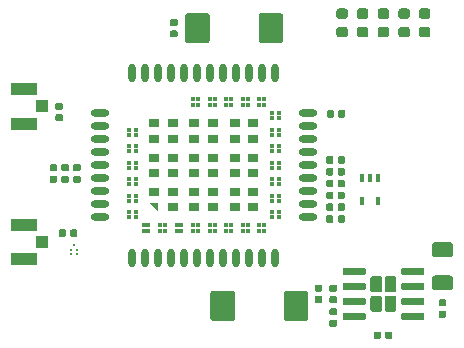
<source format=gbr>
G04 #@! TF.GenerationSoftware,KiCad,Pcbnew,(5.1.5-0-10_14)*
G04 #@! TF.CreationDate,2020-03-09T21:53:23-07:00*
G04 #@! TF.ProjectId,R1,52312e6b-6963-4616-945f-706362585858,rev?*
G04 #@! TF.SameCoordinates,Original*
G04 #@! TF.FileFunction,Paste,Top*
G04 #@! TF.FilePolarity,Positive*
%FSLAX46Y46*%
G04 Gerber Fmt 4.6, Leading zero omitted, Abs format (unit mm)*
G04 Created by KiCad (PCBNEW (5.1.5-0-10_14)) date 2020-03-09 21:53:23*
%MOMM*%
%LPD*%
G04 APERTURE LIST*
%ADD10C,0.100000*%
%ADD11O,0.600000X1.600000*%
%ADD12O,1.600000X0.600000*%
%ADD13R,0.950000X0.700000*%
%ADD14R,0.300000X0.430000*%
%ADD15R,0.430000X0.300000*%
%ADD16R,0.400000X0.650000*%
%ADD17R,0.250000X0.180000*%
%ADD18R,2.200000X1.050000*%
%ADD19R,1.050000X1.000000*%
G04 APERTURE END LIST*
D10*
G36*
X158359458Y-113930710D02*
G01*
X158373776Y-113932834D01*
X158387817Y-113936351D01*
X158401446Y-113941228D01*
X158414531Y-113947417D01*
X158426947Y-113954858D01*
X158438573Y-113963481D01*
X158449298Y-113973202D01*
X158459019Y-113983927D01*
X158467642Y-113995553D01*
X158475083Y-114007969D01*
X158481272Y-114021054D01*
X158486149Y-114034683D01*
X158489666Y-114048724D01*
X158491790Y-114063042D01*
X158492500Y-114077500D01*
X158492500Y-114422500D01*
X158491790Y-114436958D01*
X158489666Y-114451276D01*
X158486149Y-114465317D01*
X158481272Y-114478946D01*
X158475083Y-114492031D01*
X158467642Y-114504447D01*
X158459019Y-114516073D01*
X158449298Y-114526798D01*
X158438573Y-114536519D01*
X158426947Y-114545142D01*
X158414531Y-114552583D01*
X158401446Y-114558772D01*
X158387817Y-114563649D01*
X158373776Y-114567166D01*
X158359458Y-114569290D01*
X158345000Y-114570000D01*
X158050000Y-114570000D01*
X158035542Y-114569290D01*
X158021224Y-114567166D01*
X158007183Y-114563649D01*
X157993554Y-114558772D01*
X157980469Y-114552583D01*
X157968053Y-114545142D01*
X157956427Y-114536519D01*
X157945702Y-114526798D01*
X157935981Y-114516073D01*
X157927358Y-114504447D01*
X157919917Y-114492031D01*
X157913728Y-114478946D01*
X157908851Y-114465317D01*
X157905334Y-114451276D01*
X157903210Y-114436958D01*
X157902500Y-114422500D01*
X157902500Y-114077500D01*
X157903210Y-114063042D01*
X157905334Y-114048724D01*
X157908851Y-114034683D01*
X157913728Y-114021054D01*
X157919917Y-114007969D01*
X157927358Y-113995553D01*
X157935981Y-113983927D01*
X157945702Y-113973202D01*
X157956427Y-113963481D01*
X157968053Y-113954858D01*
X157980469Y-113947417D01*
X157993554Y-113941228D01*
X158007183Y-113936351D01*
X158021224Y-113932834D01*
X158035542Y-113930710D01*
X158050000Y-113930000D01*
X158345000Y-113930000D01*
X158359458Y-113930710D01*
G37*
G36*
X157389458Y-113930710D02*
G01*
X157403776Y-113932834D01*
X157417817Y-113936351D01*
X157431446Y-113941228D01*
X157444531Y-113947417D01*
X157456947Y-113954858D01*
X157468573Y-113963481D01*
X157479298Y-113973202D01*
X157489019Y-113983927D01*
X157497642Y-113995553D01*
X157505083Y-114007969D01*
X157511272Y-114021054D01*
X157516149Y-114034683D01*
X157519666Y-114048724D01*
X157521790Y-114063042D01*
X157522500Y-114077500D01*
X157522500Y-114422500D01*
X157521790Y-114436958D01*
X157519666Y-114451276D01*
X157516149Y-114465317D01*
X157511272Y-114478946D01*
X157505083Y-114492031D01*
X157497642Y-114504447D01*
X157489019Y-114516073D01*
X157479298Y-114526798D01*
X157468573Y-114536519D01*
X157456947Y-114545142D01*
X157444531Y-114552583D01*
X157431446Y-114558772D01*
X157417817Y-114563649D01*
X157403776Y-114567166D01*
X157389458Y-114569290D01*
X157375000Y-114570000D01*
X157080000Y-114570000D01*
X157065542Y-114569290D01*
X157051224Y-114567166D01*
X157037183Y-114563649D01*
X157023554Y-114558772D01*
X157010469Y-114552583D01*
X156998053Y-114545142D01*
X156986427Y-114536519D01*
X156975702Y-114526798D01*
X156965981Y-114516073D01*
X156957358Y-114504447D01*
X156949917Y-114492031D01*
X156943728Y-114478946D01*
X156938851Y-114465317D01*
X156935334Y-114451276D01*
X156933210Y-114436958D01*
X156932500Y-114422500D01*
X156932500Y-114077500D01*
X156933210Y-114063042D01*
X156935334Y-114048724D01*
X156938851Y-114034683D01*
X156943728Y-114021054D01*
X156949917Y-114007969D01*
X156957358Y-113995553D01*
X156965981Y-113983927D01*
X156975702Y-113973202D01*
X156986427Y-113963481D01*
X156998053Y-113954858D01*
X157010469Y-113947417D01*
X157023554Y-113941228D01*
X157037183Y-113936351D01*
X157051224Y-113932834D01*
X157065542Y-113930710D01*
X157080000Y-113930000D01*
X157375000Y-113930000D01*
X157389458Y-113930710D01*
G37*
G36*
X130486958Y-95540710D02*
G01*
X130501276Y-95542834D01*
X130515317Y-95546351D01*
X130528946Y-95551228D01*
X130542031Y-95557417D01*
X130554447Y-95564858D01*
X130566073Y-95573481D01*
X130576798Y-95583202D01*
X130586519Y-95593927D01*
X130595142Y-95605553D01*
X130602583Y-95617969D01*
X130608772Y-95631054D01*
X130613649Y-95644683D01*
X130617166Y-95658724D01*
X130619290Y-95673042D01*
X130620000Y-95687500D01*
X130620000Y-95982500D01*
X130619290Y-95996958D01*
X130617166Y-96011276D01*
X130613649Y-96025317D01*
X130608772Y-96038946D01*
X130602583Y-96052031D01*
X130595142Y-96064447D01*
X130586519Y-96076073D01*
X130576798Y-96086798D01*
X130566073Y-96096519D01*
X130554447Y-96105142D01*
X130542031Y-96112583D01*
X130528946Y-96118772D01*
X130515317Y-96123649D01*
X130501276Y-96127166D01*
X130486958Y-96129290D01*
X130472500Y-96130000D01*
X130127500Y-96130000D01*
X130113042Y-96129290D01*
X130098724Y-96127166D01*
X130084683Y-96123649D01*
X130071054Y-96118772D01*
X130057969Y-96112583D01*
X130045553Y-96105142D01*
X130033927Y-96096519D01*
X130023202Y-96086798D01*
X130013481Y-96076073D01*
X130004858Y-96064447D01*
X129997417Y-96052031D01*
X129991228Y-96038946D01*
X129986351Y-96025317D01*
X129982834Y-96011276D01*
X129980710Y-95996958D01*
X129980000Y-95982500D01*
X129980000Y-95687500D01*
X129980710Y-95673042D01*
X129982834Y-95658724D01*
X129986351Y-95644683D01*
X129991228Y-95631054D01*
X129997417Y-95617969D01*
X130004858Y-95605553D01*
X130013481Y-95593927D01*
X130023202Y-95583202D01*
X130033927Y-95573481D01*
X130045553Y-95564858D01*
X130057969Y-95557417D01*
X130071054Y-95551228D01*
X130084683Y-95546351D01*
X130098724Y-95542834D01*
X130113042Y-95540710D01*
X130127500Y-95540000D01*
X130472500Y-95540000D01*
X130486958Y-95540710D01*
G37*
G36*
X130486958Y-94570710D02*
G01*
X130501276Y-94572834D01*
X130515317Y-94576351D01*
X130528946Y-94581228D01*
X130542031Y-94587417D01*
X130554447Y-94594858D01*
X130566073Y-94603481D01*
X130576798Y-94613202D01*
X130586519Y-94623927D01*
X130595142Y-94635553D01*
X130602583Y-94647969D01*
X130608772Y-94661054D01*
X130613649Y-94674683D01*
X130617166Y-94688724D01*
X130619290Y-94703042D01*
X130620000Y-94717500D01*
X130620000Y-95012500D01*
X130619290Y-95026958D01*
X130617166Y-95041276D01*
X130613649Y-95055317D01*
X130608772Y-95068946D01*
X130602583Y-95082031D01*
X130595142Y-95094447D01*
X130586519Y-95106073D01*
X130576798Y-95116798D01*
X130566073Y-95126519D01*
X130554447Y-95135142D01*
X130542031Y-95142583D01*
X130528946Y-95148772D01*
X130515317Y-95153649D01*
X130501276Y-95157166D01*
X130486958Y-95159290D01*
X130472500Y-95160000D01*
X130127500Y-95160000D01*
X130113042Y-95159290D01*
X130098724Y-95157166D01*
X130084683Y-95153649D01*
X130071054Y-95148772D01*
X130057969Y-95142583D01*
X130045553Y-95135142D01*
X130033927Y-95126519D01*
X130023202Y-95116798D01*
X130013481Y-95106073D01*
X130004858Y-95094447D01*
X129997417Y-95082031D01*
X129991228Y-95068946D01*
X129986351Y-95055317D01*
X129982834Y-95041276D01*
X129980710Y-95026958D01*
X129980000Y-95012500D01*
X129980000Y-94717500D01*
X129980710Y-94703042D01*
X129982834Y-94688724D01*
X129986351Y-94674683D01*
X129991228Y-94661054D01*
X129997417Y-94647969D01*
X130004858Y-94635553D01*
X130013481Y-94623927D01*
X130023202Y-94613202D01*
X130033927Y-94603481D01*
X130045553Y-94594858D01*
X130057969Y-94587417D01*
X130071054Y-94581228D01*
X130084683Y-94576351D01*
X130098724Y-94572834D01*
X130113042Y-94570710D01*
X130127500Y-94570000D01*
X130472500Y-94570000D01*
X130486958Y-94570710D01*
G37*
G36*
X158629504Y-110886204D02*
G01*
X158653773Y-110889804D01*
X158677571Y-110895765D01*
X158700671Y-110904030D01*
X158722849Y-110914520D01*
X158743893Y-110927133D01*
X158763598Y-110941747D01*
X158781777Y-110958223D01*
X158798253Y-110976402D01*
X158812867Y-110996107D01*
X158825480Y-111017151D01*
X158835970Y-111039329D01*
X158844235Y-111062429D01*
X158850196Y-111086227D01*
X158853796Y-111110496D01*
X158855000Y-111135000D01*
X158855000Y-112015000D01*
X158853796Y-112039504D01*
X158850196Y-112063773D01*
X158844235Y-112087571D01*
X158835970Y-112110671D01*
X158825480Y-112132849D01*
X158812867Y-112153893D01*
X158798253Y-112173598D01*
X158781777Y-112191777D01*
X158763598Y-112208253D01*
X158743893Y-112222867D01*
X158722849Y-112235480D01*
X158700671Y-112245970D01*
X158677571Y-112254235D01*
X158653773Y-112260196D01*
X158629504Y-112263796D01*
X158605000Y-112265000D01*
X158095000Y-112265000D01*
X158070496Y-112263796D01*
X158046227Y-112260196D01*
X158022429Y-112254235D01*
X157999329Y-112245970D01*
X157977151Y-112235480D01*
X157956107Y-112222867D01*
X157936402Y-112208253D01*
X157918223Y-112191777D01*
X157901747Y-112173598D01*
X157887133Y-112153893D01*
X157874520Y-112132849D01*
X157864030Y-112110671D01*
X157855765Y-112087571D01*
X157849804Y-112063773D01*
X157846204Y-112039504D01*
X157845000Y-112015000D01*
X157845000Y-111135000D01*
X157846204Y-111110496D01*
X157849804Y-111086227D01*
X157855765Y-111062429D01*
X157864030Y-111039329D01*
X157874520Y-111017151D01*
X157887133Y-110996107D01*
X157901747Y-110976402D01*
X157918223Y-110958223D01*
X157936402Y-110941747D01*
X157956107Y-110927133D01*
X157977151Y-110914520D01*
X157999329Y-110904030D01*
X158022429Y-110895765D01*
X158046227Y-110889804D01*
X158070496Y-110886204D01*
X158095000Y-110885000D01*
X158605000Y-110885000D01*
X158629504Y-110886204D01*
G37*
G36*
X158629504Y-109236204D02*
G01*
X158653773Y-109239804D01*
X158677571Y-109245765D01*
X158700671Y-109254030D01*
X158722849Y-109264520D01*
X158743893Y-109277133D01*
X158763598Y-109291747D01*
X158781777Y-109308223D01*
X158798253Y-109326402D01*
X158812867Y-109346107D01*
X158825480Y-109367151D01*
X158835970Y-109389329D01*
X158844235Y-109412429D01*
X158850196Y-109436227D01*
X158853796Y-109460496D01*
X158855000Y-109485000D01*
X158855000Y-110365000D01*
X158853796Y-110389504D01*
X158850196Y-110413773D01*
X158844235Y-110437571D01*
X158835970Y-110460671D01*
X158825480Y-110482849D01*
X158812867Y-110503893D01*
X158798253Y-110523598D01*
X158781777Y-110541777D01*
X158763598Y-110558253D01*
X158743893Y-110572867D01*
X158722849Y-110585480D01*
X158700671Y-110595970D01*
X158677571Y-110604235D01*
X158653773Y-110610196D01*
X158629504Y-110613796D01*
X158605000Y-110615000D01*
X158095000Y-110615000D01*
X158070496Y-110613796D01*
X158046227Y-110610196D01*
X158022429Y-110604235D01*
X157999329Y-110595970D01*
X157977151Y-110585480D01*
X157956107Y-110572867D01*
X157936402Y-110558253D01*
X157918223Y-110541777D01*
X157901747Y-110523598D01*
X157887133Y-110503893D01*
X157874520Y-110482849D01*
X157864030Y-110460671D01*
X157855765Y-110437571D01*
X157849804Y-110413773D01*
X157846204Y-110389504D01*
X157845000Y-110365000D01*
X157845000Y-109485000D01*
X157846204Y-109460496D01*
X157849804Y-109436227D01*
X157855765Y-109412429D01*
X157864030Y-109389329D01*
X157874520Y-109367151D01*
X157887133Y-109346107D01*
X157901747Y-109326402D01*
X157918223Y-109308223D01*
X157936402Y-109291747D01*
X157956107Y-109277133D01*
X157977151Y-109264520D01*
X157999329Y-109254030D01*
X158022429Y-109245765D01*
X158046227Y-109239804D01*
X158070496Y-109236204D01*
X158095000Y-109235000D01*
X158605000Y-109235000D01*
X158629504Y-109236204D01*
G37*
G36*
X157429504Y-110886204D02*
G01*
X157453773Y-110889804D01*
X157477571Y-110895765D01*
X157500671Y-110904030D01*
X157522849Y-110914520D01*
X157543893Y-110927133D01*
X157563598Y-110941747D01*
X157581777Y-110958223D01*
X157598253Y-110976402D01*
X157612867Y-110996107D01*
X157625480Y-111017151D01*
X157635970Y-111039329D01*
X157644235Y-111062429D01*
X157650196Y-111086227D01*
X157653796Y-111110496D01*
X157655000Y-111135000D01*
X157655000Y-112015000D01*
X157653796Y-112039504D01*
X157650196Y-112063773D01*
X157644235Y-112087571D01*
X157635970Y-112110671D01*
X157625480Y-112132849D01*
X157612867Y-112153893D01*
X157598253Y-112173598D01*
X157581777Y-112191777D01*
X157563598Y-112208253D01*
X157543893Y-112222867D01*
X157522849Y-112235480D01*
X157500671Y-112245970D01*
X157477571Y-112254235D01*
X157453773Y-112260196D01*
X157429504Y-112263796D01*
X157405000Y-112265000D01*
X156895000Y-112265000D01*
X156870496Y-112263796D01*
X156846227Y-112260196D01*
X156822429Y-112254235D01*
X156799329Y-112245970D01*
X156777151Y-112235480D01*
X156756107Y-112222867D01*
X156736402Y-112208253D01*
X156718223Y-112191777D01*
X156701747Y-112173598D01*
X156687133Y-112153893D01*
X156674520Y-112132849D01*
X156664030Y-112110671D01*
X156655765Y-112087571D01*
X156649804Y-112063773D01*
X156646204Y-112039504D01*
X156645000Y-112015000D01*
X156645000Y-111135000D01*
X156646204Y-111110496D01*
X156649804Y-111086227D01*
X156655765Y-111062429D01*
X156664030Y-111039329D01*
X156674520Y-111017151D01*
X156687133Y-110996107D01*
X156701747Y-110976402D01*
X156718223Y-110958223D01*
X156736402Y-110941747D01*
X156756107Y-110927133D01*
X156777151Y-110914520D01*
X156799329Y-110904030D01*
X156822429Y-110895765D01*
X156846227Y-110889804D01*
X156870496Y-110886204D01*
X156895000Y-110885000D01*
X157405000Y-110885000D01*
X157429504Y-110886204D01*
G37*
G36*
X157429504Y-109236204D02*
G01*
X157453773Y-109239804D01*
X157477571Y-109245765D01*
X157500671Y-109254030D01*
X157522849Y-109264520D01*
X157543893Y-109277133D01*
X157563598Y-109291747D01*
X157581777Y-109308223D01*
X157598253Y-109326402D01*
X157612867Y-109346107D01*
X157625480Y-109367151D01*
X157635970Y-109389329D01*
X157644235Y-109412429D01*
X157650196Y-109436227D01*
X157653796Y-109460496D01*
X157655000Y-109485000D01*
X157655000Y-110365000D01*
X157653796Y-110389504D01*
X157650196Y-110413773D01*
X157644235Y-110437571D01*
X157635970Y-110460671D01*
X157625480Y-110482849D01*
X157612867Y-110503893D01*
X157598253Y-110523598D01*
X157581777Y-110541777D01*
X157563598Y-110558253D01*
X157543893Y-110572867D01*
X157522849Y-110585480D01*
X157500671Y-110595970D01*
X157477571Y-110604235D01*
X157453773Y-110610196D01*
X157429504Y-110613796D01*
X157405000Y-110615000D01*
X156895000Y-110615000D01*
X156870496Y-110613796D01*
X156846227Y-110610196D01*
X156822429Y-110604235D01*
X156799329Y-110595970D01*
X156777151Y-110585480D01*
X156756107Y-110572867D01*
X156736402Y-110558253D01*
X156718223Y-110541777D01*
X156701747Y-110523598D01*
X156687133Y-110503893D01*
X156674520Y-110482849D01*
X156664030Y-110460671D01*
X156655765Y-110437571D01*
X156649804Y-110413773D01*
X156646204Y-110389504D01*
X156645000Y-110365000D01*
X156645000Y-109485000D01*
X156646204Y-109460496D01*
X156649804Y-109436227D01*
X156655765Y-109412429D01*
X156664030Y-109389329D01*
X156674520Y-109367151D01*
X156687133Y-109346107D01*
X156701747Y-109326402D01*
X156718223Y-109308223D01*
X156736402Y-109291747D01*
X156756107Y-109277133D01*
X156777151Y-109264520D01*
X156799329Y-109254030D01*
X156822429Y-109245765D01*
X156846227Y-109239804D01*
X156870496Y-109236204D01*
X156895000Y-109235000D01*
X157405000Y-109235000D01*
X157429504Y-109236204D01*
G37*
G36*
X161064703Y-112355722D02*
G01*
X161079264Y-112357882D01*
X161093543Y-112361459D01*
X161107403Y-112366418D01*
X161120710Y-112372712D01*
X161133336Y-112380280D01*
X161145159Y-112389048D01*
X161156066Y-112398934D01*
X161165952Y-112409841D01*
X161174720Y-112421664D01*
X161182288Y-112434290D01*
X161188582Y-112447597D01*
X161193541Y-112461457D01*
X161197118Y-112475736D01*
X161199278Y-112490297D01*
X161200000Y-112505000D01*
X161200000Y-112805000D01*
X161199278Y-112819703D01*
X161197118Y-112834264D01*
X161193541Y-112848543D01*
X161188582Y-112862403D01*
X161182288Y-112875710D01*
X161174720Y-112888336D01*
X161165952Y-112900159D01*
X161156066Y-112911066D01*
X161145159Y-112920952D01*
X161133336Y-112929720D01*
X161120710Y-112937288D01*
X161107403Y-112943582D01*
X161093543Y-112948541D01*
X161079264Y-112952118D01*
X161064703Y-112954278D01*
X161050000Y-112955000D01*
X159400000Y-112955000D01*
X159385297Y-112954278D01*
X159370736Y-112952118D01*
X159356457Y-112948541D01*
X159342597Y-112943582D01*
X159329290Y-112937288D01*
X159316664Y-112929720D01*
X159304841Y-112920952D01*
X159293934Y-112911066D01*
X159284048Y-112900159D01*
X159275280Y-112888336D01*
X159267712Y-112875710D01*
X159261418Y-112862403D01*
X159256459Y-112848543D01*
X159252882Y-112834264D01*
X159250722Y-112819703D01*
X159250000Y-112805000D01*
X159250000Y-112505000D01*
X159250722Y-112490297D01*
X159252882Y-112475736D01*
X159256459Y-112461457D01*
X159261418Y-112447597D01*
X159267712Y-112434290D01*
X159275280Y-112421664D01*
X159284048Y-112409841D01*
X159293934Y-112398934D01*
X159304841Y-112389048D01*
X159316664Y-112380280D01*
X159329290Y-112372712D01*
X159342597Y-112366418D01*
X159356457Y-112361459D01*
X159370736Y-112357882D01*
X159385297Y-112355722D01*
X159400000Y-112355000D01*
X161050000Y-112355000D01*
X161064703Y-112355722D01*
G37*
G36*
X161064703Y-111085722D02*
G01*
X161079264Y-111087882D01*
X161093543Y-111091459D01*
X161107403Y-111096418D01*
X161120710Y-111102712D01*
X161133336Y-111110280D01*
X161145159Y-111119048D01*
X161156066Y-111128934D01*
X161165952Y-111139841D01*
X161174720Y-111151664D01*
X161182288Y-111164290D01*
X161188582Y-111177597D01*
X161193541Y-111191457D01*
X161197118Y-111205736D01*
X161199278Y-111220297D01*
X161200000Y-111235000D01*
X161200000Y-111535000D01*
X161199278Y-111549703D01*
X161197118Y-111564264D01*
X161193541Y-111578543D01*
X161188582Y-111592403D01*
X161182288Y-111605710D01*
X161174720Y-111618336D01*
X161165952Y-111630159D01*
X161156066Y-111641066D01*
X161145159Y-111650952D01*
X161133336Y-111659720D01*
X161120710Y-111667288D01*
X161107403Y-111673582D01*
X161093543Y-111678541D01*
X161079264Y-111682118D01*
X161064703Y-111684278D01*
X161050000Y-111685000D01*
X159400000Y-111685000D01*
X159385297Y-111684278D01*
X159370736Y-111682118D01*
X159356457Y-111678541D01*
X159342597Y-111673582D01*
X159329290Y-111667288D01*
X159316664Y-111659720D01*
X159304841Y-111650952D01*
X159293934Y-111641066D01*
X159284048Y-111630159D01*
X159275280Y-111618336D01*
X159267712Y-111605710D01*
X159261418Y-111592403D01*
X159256459Y-111578543D01*
X159252882Y-111564264D01*
X159250722Y-111549703D01*
X159250000Y-111535000D01*
X159250000Y-111235000D01*
X159250722Y-111220297D01*
X159252882Y-111205736D01*
X159256459Y-111191457D01*
X159261418Y-111177597D01*
X159267712Y-111164290D01*
X159275280Y-111151664D01*
X159284048Y-111139841D01*
X159293934Y-111128934D01*
X159304841Y-111119048D01*
X159316664Y-111110280D01*
X159329290Y-111102712D01*
X159342597Y-111096418D01*
X159356457Y-111091459D01*
X159370736Y-111087882D01*
X159385297Y-111085722D01*
X159400000Y-111085000D01*
X161050000Y-111085000D01*
X161064703Y-111085722D01*
G37*
G36*
X161064703Y-109815722D02*
G01*
X161079264Y-109817882D01*
X161093543Y-109821459D01*
X161107403Y-109826418D01*
X161120710Y-109832712D01*
X161133336Y-109840280D01*
X161145159Y-109849048D01*
X161156066Y-109858934D01*
X161165952Y-109869841D01*
X161174720Y-109881664D01*
X161182288Y-109894290D01*
X161188582Y-109907597D01*
X161193541Y-109921457D01*
X161197118Y-109935736D01*
X161199278Y-109950297D01*
X161200000Y-109965000D01*
X161200000Y-110265000D01*
X161199278Y-110279703D01*
X161197118Y-110294264D01*
X161193541Y-110308543D01*
X161188582Y-110322403D01*
X161182288Y-110335710D01*
X161174720Y-110348336D01*
X161165952Y-110360159D01*
X161156066Y-110371066D01*
X161145159Y-110380952D01*
X161133336Y-110389720D01*
X161120710Y-110397288D01*
X161107403Y-110403582D01*
X161093543Y-110408541D01*
X161079264Y-110412118D01*
X161064703Y-110414278D01*
X161050000Y-110415000D01*
X159400000Y-110415000D01*
X159385297Y-110414278D01*
X159370736Y-110412118D01*
X159356457Y-110408541D01*
X159342597Y-110403582D01*
X159329290Y-110397288D01*
X159316664Y-110389720D01*
X159304841Y-110380952D01*
X159293934Y-110371066D01*
X159284048Y-110360159D01*
X159275280Y-110348336D01*
X159267712Y-110335710D01*
X159261418Y-110322403D01*
X159256459Y-110308543D01*
X159252882Y-110294264D01*
X159250722Y-110279703D01*
X159250000Y-110265000D01*
X159250000Y-109965000D01*
X159250722Y-109950297D01*
X159252882Y-109935736D01*
X159256459Y-109921457D01*
X159261418Y-109907597D01*
X159267712Y-109894290D01*
X159275280Y-109881664D01*
X159284048Y-109869841D01*
X159293934Y-109858934D01*
X159304841Y-109849048D01*
X159316664Y-109840280D01*
X159329290Y-109832712D01*
X159342597Y-109826418D01*
X159356457Y-109821459D01*
X159370736Y-109817882D01*
X159385297Y-109815722D01*
X159400000Y-109815000D01*
X161050000Y-109815000D01*
X161064703Y-109815722D01*
G37*
G36*
X161064703Y-108545722D02*
G01*
X161079264Y-108547882D01*
X161093543Y-108551459D01*
X161107403Y-108556418D01*
X161120710Y-108562712D01*
X161133336Y-108570280D01*
X161145159Y-108579048D01*
X161156066Y-108588934D01*
X161165952Y-108599841D01*
X161174720Y-108611664D01*
X161182288Y-108624290D01*
X161188582Y-108637597D01*
X161193541Y-108651457D01*
X161197118Y-108665736D01*
X161199278Y-108680297D01*
X161200000Y-108695000D01*
X161200000Y-108995000D01*
X161199278Y-109009703D01*
X161197118Y-109024264D01*
X161193541Y-109038543D01*
X161188582Y-109052403D01*
X161182288Y-109065710D01*
X161174720Y-109078336D01*
X161165952Y-109090159D01*
X161156066Y-109101066D01*
X161145159Y-109110952D01*
X161133336Y-109119720D01*
X161120710Y-109127288D01*
X161107403Y-109133582D01*
X161093543Y-109138541D01*
X161079264Y-109142118D01*
X161064703Y-109144278D01*
X161050000Y-109145000D01*
X159400000Y-109145000D01*
X159385297Y-109144278D01*
X159370736Y-109142118D01*
X159356457Y-109138541D01*
X159342597Y-109133582D01*
X159329290Y-109127288D01*
X159316664Y-109119720D01*
X159304841Y-109110952D01*
X159293934Y-109101066D01*
X159284048Y-109090159D01*
X159275280Y-109078336D01*
X159267712Y-109065710D01*
X159261418Y-109052403D01*
X159256459Y-109038543D01*
X159252882Y-109024264D01*
X159250722Y-109009703D01*
X159250000Y-108995000D01*
X159250000Y-108695000D01*
X159250722Y-108680297D01*
X159252882Y-108665736D01*
X159256459Y-108651457D01*
X159261418Y-108637597D01*
X159267712Y-108624290D01*
X159275280Y-108611664D01*
X159284048Y-108599841D01*
X159293934Y-108588934D01*
X159304841Y-108579048D01*
X159316664Y-108570280D01*
X159329290Y-108562712D01*
X159342597Y-108556418D01*
X159356457Y-108551459D01*
X159370736Y-108547882D01*
X159385297Y-108545722D01*
X159400000Y-108545000D01*
X161050000Y-108545000D01*
X161064703Y-108545722D01*
G37*
G36*
X156114703Y-108545722D02*
G01*
X156129264Y-108547882D01*
X156143543Y-108551459D01*
X156157403Y-108556418D01*
X156170710Y-108562712D01*
X156183336Y-108570280D01*
X156195159Y-108579048D01*
X156206066Y-108588934D01*
X156215952Y-108599841D01*
X156224720Y-108611664D01*
X156232288Y-108624290D01*
X156238582Y-108637597D01*
X156243541Y-108651457D01*
X156247118Y-108665736D01*
X156249278Y-108680297D01*
X156250000Y-108695000D01*
X156250000Y-108995000D01*
X156249278Y-109009703D01*
X156247118Y-109024264D01*
X156243541Y-109038543D01*
X156238582Y-109052403D01*
X156232288Y-109065710D01*
X156224720Y-109078336D01*
X156215952Y-109090159D01*
X156206066Y-109101066D01*
X156195159Y-109110952D01*
X156183336Y-109119720D01*
X156170710Y-109127288D01*
X156157403Y-109133582D01*
X156143543Y-109138541D01*
X156129264Y-109142118D01*
X156114703Y-109144278D01*
X156100000Y-109145000D01*
X154450000Y-109145000D01*
X154435297Y-109144278D01*
X154420736Y-109142118D01*
X154406457Y-109138541D01*
X154392597Y-109133582D01*
X154379290Y-109127288D01*
X154366664Y-109119720D01*
X154354841Y-109110952D01*
X154343934Y-109101066D01*
X154334048Y-109090159D01*
X154325280Y-109078336D01*
X154317712Y-109065710D01*
X154311418Y-109052403D01*
X154306459Y-109038543D01*
X154302882Y-109024264D01*
X154300722Y-109009703D01*
X154300000Y-108995000D01*
X154300000Y-108695000D01*
X154300722Y-108680297D01*
X154302882Y-108665736D01*
X154306459Y-108651457D01*
X154311418Y-108637597D01*
X154317712Y-108624290D01*
X154325280Y-108611664D01*
X154334048Y-108599841D01*
X154343934Y-108588934D01*
X154354841Y-108579048D01*
X154366664Y-108570280D01*
X154379290Y-108562712D01*
X154392597Y-108556418D01*
X154406457Y-108551459D01*
X154420736Y-108547882D01*
X154435297Y-108545722D01*
X154450000Y-108545000D01*
X156100000Y-108545000D01*
X156114703Y-108545722D01*
G37*
G36*
X156114703Y-109815722D02*
G01*
X156129264Y-109817882D01*
X156143543Y-109821459D01*
X156157403Y-109826418D01*
X156170710Y-109832712D01*
X156183336Y-109840280D01*
X156195159Y-109849048D01*
X156206066Y-109858934D01*
X156215952Y-109869841D01*
X156224720Y-109881664D01*
X156232288Y-109894290D01*
X156238582Y-109907597D01*
X156243541Y-109921457D01*
X156247118Y-109935736D01*
X156249278Y-109950297D01*
X156250000Y-109965000D01*
X156250000Y-110265000D01*
X156249278Y-110279703D01*
X156247118Y-110294264D01*
X156243541Y-110308543D01*
X156238582Y-110322403D01*
X156232288Y-110335710D01*
X156224720Y-110348336D01*
X156215952Y-110360159D01*
X156206066Y-110371066D01*
X156195159Y-110380952D01*
X156183336Y-110389720D01*
X156170710Y-110397288D01*
X156157403Y-110403582D01*
X156143543Y-110408541D01*
X156129264Y-110412118D01*
X156114703Y-110414278D01*
X156100000Y-110415000D01*
X154450000Y-110415000D01*
X154435297Y-110414278D01*
X154420736Y-110412118D01*
X154406457Y-110408541D01*
X154392597Y-110403582D01*
X154379290Y-110397288D01*
X154366664Y-110389720D01*
X154354841Y-110380952D01*
X154343934Y-110371066D01*
X154334048Y-110360159D01*
X154325280Y-110348336D01*
X154317712Y-110335710D01*
X154311418Y-110322403D01*
X154306459Y-110308543D01*
X154302882Y-110294264D01*
X154300722Y-110279703D01*
X154300000Y-110265000D01*
X154300000Y-109965000D01*
X154300722Y-109950297D01*
X154302882Y-109935736D01*
X154306459Y-109921457D01*
X154311418Y-109907597D01*
X154317712Y-109894290D01*
X154325280Y-109881664D01*
X154334048Y-109869841D01*
X154343934Y-109858934D01*
X154354841Y-109849048D01*
X154366664Y-109840280D01*
X154379290Y-109832712D01*
X154392597Y-109826418D01*
X154406457Y-109821459D01*
X154420736Y-109817882D01*
X154435297Y-109815722D01*
X154450000Y-109815000D01*
X156100000Y-109815000D01*
X156114703Y-109815722D01*
G37*
G36*
X156114703Y-111085722D02*
G01*
X156129264Y-111087882D01*
X156143543Y-111091459D01*
X156157403Y-111096418D01*
X156170710Y-111102712D01*
X156183336Y-111110280D01*
X156195159Y-111119048D01*
X156206066Y-111128934D01*
X156215952Y-111139841D01*
X156224720Y-111151664D01*
X156232288Y-111164290D01*
X156238582Y-111177597D01*
X156243541Y-111191457D01*
X156247118Y-111205736D01*
X156249278Y-111220297D01*
X156250000Y-111235000D01*
X156250000Y-111535000D01*
X156249278Y-111549703D01*
X156247118Y-111564264D01*
X156243541Y-111578543D01*
X156238582Y-111592403D01*
X156232288Y-111605710D01*
X156224720Y-111618336D01*
X156215952Y-111630159D01*
X156206066Y-111641066D01*
X156195159Y-111650952D01*
X156183336Y-111659720D01*
X156170710Y-111667288D01*
X156157403Y-111673582D01*
X156143543Y-111678541D01*
X156129264Y-111682118D01*
X156114703Y-111684278D01*
X156100000Y-111685000D01*
X154450000Y-111685000D01*
X154435297Y-111684278D01*
X154420736Y-111682118D01*
X154406457Y-111678541D01*
X154392597Y-111673582D01*
X154379290Y-111667288D01*
X154366664Y-111659720D01*
X154354841Y-111650952D01*
X154343934Y-111641066D01*
X154334048Y-111630159D01*
X154325280Y-111618336D01*
X154317712Y-111605710D01*
X154311418Y-111592403D01*
X154306459Y-111578543D01*
X154302882Y-111564264D01*
X154300722Y-111549703D01*
X154300000Y-111535000D01*
X154300000Y-111235000D01*
X154300722Y-111220297D01*
X154302882Y-111205736D01*
X154306459Y-111191457D01*
X154311418Y-111177597D01*
X154317712Y-111164290D01*
X154325280Y-111151664D01*
X154334048Y-111139841D01*
X154343934Y-111128934D01*
X154354841Y-111119048D01*
X154366664Y-111110280D01*
X154379290Y-111102712D01*
X154392597Y-111096418D01*
X154406457Y-111091459D01*
X154420736Y-111087882D01*
X154435297Y-111085722D01*
X154450000Y-111085000D01*
X156100000Y-111085000D01*
X156114703Y-111085722D01*
G37*
G36*
X156114703Y-112355722D02*
G01*
X156129264Y-112357882D01*
X156143543Y-112361459D01*
X156157403Y-112366418D01*
X156170710Y-112372712D01*
X156183336Y-112380280D01*
X156195159Y-112389048D01*
X156206066Y-112398934D01*
X156215952Y-112409841D01*
X156224720Y-112421664D01*
X156232288Y-112434290D01*
X156238582Y-112447597D01*
X156243541Y-112461457D01*
X156247118Y-112475736D01*
X156249278Y-112490297D01*
X156250000Y-112505000D01*
X156250000Y-112805000D01*
X156249278Y-112819703D01*
X156247118Y-112834264D01*
X156243541Y-112848543D01*
X156238582Y-112862403D01*
X156232288Y-112875710D01*
X156224720Y-112888336D01*
X156215952Y-112900159D01*
X156206066Y-112911066D01*
X156195159Y-112920952D01*
X156183336Y-112929720D01*
X156170710Y-112937288D01*
X156157403Y-112943582D01*
X156143543Y-112948541D01*
X156129264Y-112952118D01*
X156114703Y-112954278D01*
X156100000Y-112955000D01*
X154450000Y-112955000D01*
X154435297Y-112954278D01*
X154420736Y-112952118D01*
X154406457Y-112948541D01*
X154392597Y-112943582D01*
X154379290Y-112937288D01*
X154366664Y-112929720D01*
X154354841Y-112920952D01*
X154343934Y-112911066D01*
X154334048Y-112900159D01*
X154325280Y-112888336D01*
X154317712Y-112875710D01*
X154311418Y-112862403D01*
X154306459Y-112848543D01*
X154302882Y-112834264D01*
X154300722Y-112819703D01*
X154300000Y-112805000D01*
X154300000Y-112505000D01*
X154300722Y-112490297D01*
X154302882Y-112475736D01*
X154306459Y-112461457D01*
X154311418Y-112447597D01*
X154317712Y-112434290D01*
X154325280Y-112421664D01*
X154334048Y-112409841D01*
X154343934Y-112398934D01*
X154354841Y-112389048D01*
X154366664Y-112380280D01*
X154379290Y-112372712D01*
X154392597Y-112366418D01*
X154406457Y-112361459D01*
X154420736Y-112357882D01*
X154435297Y-112355722D01*
X154450000Y-112355000D01*
X156100000Y-112355000D01*
X156114703Y-112355722D01*
G37*
G36*
X153376958Y-104080710D02*
G01*
X153391276Y-104082834D01*
X153405317Y-104086351D01*
X153418946Y-104091228D01*
X153432031Y-104097417D01*
X153444447Y-104104858D01*
X153456073Y-104113481D01*
X153466798Y-104123202D01*
X153476519Y-104133927D01*
X153485142Y-104145553D01*
X153492583Y-104157969D01*
X153498772Y-104171054D01*
X153503649Y-104184683D01*
X153507166Y-104198724D01*
X153509290Y-104213042D01*
X153510000Y-104227500D01*
X153510000Y-104572500D01*
X153509290Y-104586958D01*
X153507166Y-104601276D01*
X153503649Y-104615317D01*
X153498772Y-104628946D01*
X153492583Y-104642031D01*
X153485142Y-104654447D01*
X153476519Y-104666073D01*
X153466798Y-104676798D01*
X153456073Y-104686519D01*
X153444447Y-104695142D01*
X153432031Y-104702583D01*
X153418946Y-104708772D01*
X153405317Y-104713649D01*
X153391276Y-104717166D01*
X153376958Y-104719290D01*
X153362500Y-104720000D01*
X153067500Y-104720000D01*
X153053042Y-104719290D01*
X153038724Y-104717166D01*
X153024683Y-104713649D01*
X153011054Y-104708772D01*
X152997969Y-104702583D01*
X152985553Y-104695142D01*
X152973927Y-104686519D01*
X152963202Y-104676798D01*
X152953481Y-104666073D01*
X152944858Y-104654447D01*
X152937417Y-104642031D01*
X152931228Y-104628946D01*
X152926351Y-104615317D01*
X152922834Y-104601276D01*
X152920710Y-104586958D01*
X152920000Y-104572500D01*
X152920000Y-104227500D01*
X152920710Y-104213042D01*
X152922834Y-104198724D01*
X152926351Y-104184683D01*
X152931228Y-104171054D01*
X152937417Y-104157969D01*
X152944858Y-104145553D01*
X152953481Y-104133927D01*
X152963202Y-104123202D01*
X152973927Y-104113481D01*
X152985553Y-104104858D01*
X152997969Y-104097417D01*
X153011054Y-104091228D01*
X153024683Y-104086351D01*
X153038724Y-104082834D01*
X153053042Y-104080710D01*
X153067500Y-104080000D01*
X153362500Y-104080000D01*
X153376958Y-104080710D01*
G37*
G36*
X154346958Y-104080710D02*
G01*
X154361276Y-104082834D01*
X154375317Y-104086351D01*
X154388946Y-104091228D01*
X154402031Y-104097417D01*
X154414447Y-104104858D01*
X154426073Y-104113481D01*
X154436798Y-104123202D01*
X154446519Y-104133927D01*
X154455142Y-104145553D01*
X154462583Y-104157969D01*
X154468772Y-104171054D01*
X154473649Y-104184683D01*
X154477166Y-104198724D01*
X154479290Y-104213042D01*
X154480000Y-104227500D01*
X154480000Y-104572500D01*
X154479290Y-104586958D01*
X154477166Y-104601276D01*
X154473649Y-104615317D01*
X154468772Y-104628946D01*
X154462583Y-104642031D01*
X154455142Y-104654447D01*
X154446519Y-104666073D01*
X154436798Y-104676798D01*
X154426073Y-104686519D01*
X154414447Y-104695142D01*
X154402031Y-104702583D01*
X154388946Y-104708772D01*
X154375317Y-104713649D01*
X154361276Y-104717166D01*
X154346958Y-104719290D01*
X154332500Y-104720000D01*
X154037500Y-104720000D01*
X154023042Y-104719290D01*
X154008724Y-104717166D01*
X153994683Y-104713649D01*
X153981054Y-104708772D01*
X153967969Y-104702583D01*
X153955553Y-104695142D01*
X153943927Y-104686519D01*
X153933202Y-104676798D01*
X153923481Y-104666073D01*
X153914858Y-104654447D01*
X153907417Y-104642031D01*
X153901228Y-104628946D01*
X153896351Y-104615317D01*
X153892834Y-104601276D01*
X153890710Y-104586958D01*
X153890000Y-104572500D01*
X153890000Y-104227500D01*
X153890710Y-104213042D01*
X153892834Y-104198724D01*
X153896351Y-104184683D01*
X153901228Y-104171054D01*
X153907417Y-104157969D01*
X153914858Y-104145553D01*
X153923481Y-104133927D01*
X153933202Y-104123202D01*
X153943927Y-104113481D01*
X153955553Y-104104858D01*
X153967969Y-104097417D01*
X153981054Y-104091228D01*
X153994683Y-104086351D01*
X154008724Y-104082834D01*
X154023042Y-104080710D01*
X154037500Y-104080000D01*
X154332500Y-104080000D01*
X154346958Y-104080710D01*
G37*
G36*
X153376958Y-102080710D02*
G01*
X153391276Y-102082834D01*
X153405317Y-102086351D01*
X153418946Y-102091228D01*
X153432031Y-102097417D01*
X153444447Y-102104858D01*
X153456073Y-102113481D01*
X153466798Y-102123202D01*
X153476519Y-102133927D01*
X153485142Y-102145553D01*
X153492583Y-102157969D01*
X153498772Y-102171054D01*
X153503649Y-102184683D01*
X153507166Y-102198724D01*
X153509290Y-102213042D01*
X153510000Y-102227500D01*
X153510000Y-102572500D01*
X153509290Y-102586958D01*
X153507166Y-102601276D01*
X153503649Y-102615317D01*
X153498772Y-102628946D01*
X153492583Y-102642031D01*
X153485142Y-102654447D01*
X153476519Y-102666073D01*
X153466798Y-102676798D01*
X153456073Y-102686519D01*
X153444447Y-102695142D01*
X153432031Y-102702583D01*
X153418946Y-102708772D01*
X153405317Y-102713649D01*
X153391276Y-102717166D01*
X153376958Y-102719290D01*
X153362500Y-102720000D01*
X153067500Y-102720000D01*
X153053042Y-102719290D01*
X153038724Y-102717166D01*
X153024683Y-102713649D01*
X153011054Y-102708772D01*
X152997969Y-102702583D01*
X152985553Y-102695142D01*
X152973927Y-102686519D01*
X152963202Y-102676798D01*
X152953481Y-102666073D01*
X152944858Y-102654447D01*
X152937417Y-102642031D01*
X152931228Y-102628946D01*
X152926351Y-102615317D01*
X152922834Y-102601276D01*
X152920710Y-102586958D01*
X152920000Y-102572500D01*
X152920000Y-102227500D01*
X152920710Y-102213042D01*
X152922834Y-102198724D01*
X152926351Y-102184683D01*
X152931228Y-102171054D01*
X152937417Y-102157969D01*
X152944858Y-102145553D01*
X152953481Y-102133927D01*
X152963202Y-102123202D01*
X152973927Y-102113481D01*
X152985553Y-102104858D01*
X152997969Y-102097417D01*
X153011054Y-102091228D01*
X153024683Y-102086351D01*
X153038724Y-102082834D01*
X153053042Y-102080710D01*
X153067500Y-102080000D01*
X153362500Y-102080000D01*
X153376958Y-102080710D01*
G37*
G36*
X154346958Y-102080710D02*
G01*
X154361276Y-102082834D01*
X154375317Y-102086351D01*
X154388946Y-102091228D01*
X154402031Y-102097417D01*
X154414447Y-102104858D01*
X154426073Y-102113481D01*
X154436798Y-102123202D01*
X154446519Y-102133927D01*
X154455142Y-102145553D01*
X154462583Y-102157969D01*
X154468772Y-102171054D01*
X154473649Y-102184683D01*
X154477166Y-102198724D01*
X154479290Y-102213042D01*
X154480000Y-102227500D01*
X154480000Y-102572500D01*
X154479290Y-102586958D01*
X154477166Y-102601276D01*
X154473649Y-102615317D01*
X154468772Y-102628946D01*
X154462583Y-102642031D01*
X154455142Y-102654447D01*
X154446519Y-102666073D01*
X154436798Y-102676798D01*
X154426073Y-102686519D01*
X154414447Y-102695142D01*
X154402031Y-102702583D01*
X154388946Y-102708772D01*
X154375317Y-102713649D01*
X154361276Y-102717166D01*
X154346958Y-102719290D01*
X154332500Y-102720000D01*
X154037500Y-102720000D01*
X154023042Y-102719290D01*
X154008724Y-102717166D01*
X153994683Y-102713649D01*
X153981054Y-102708772D01*
X153967969Y-102702583D01*
X153955553Y-102695142D01*
X153943927Y-102686519D01*
X153933202Y-102676798D01*
X153923481Y-102666073D01*
X153914858Y-102654447D01*
X153907417Y-102642031D01*
X153901228Y-102628946D01*
X153896351Y-102615317D01*
X153892834Y-102601276D01*
X153890710Y-102586958D01*
X153890000Y-102572500D01*
X153890000Y-102227500D01*
X153890710Y-102213042D01*
X153892834Y-102198724D01*
X153896351Y-102184683D01*
X153901228Y-102171054D01*
X153907417Y-102157969D01*
X153914858Y-102145553D01*
X153923481Y-102133927D01*
X153933202Y-102123202D01*
X153943927Y-102113481D01*
X153955553Y-102104858D01*
X153967969Y-102097417D01*
X153981054Y-102091228D01*
X153994683Y-102086351D01*
X154008724Y-102082834D01*
X154023042Y-102080710D01*
X154037500Y-102080000D01*
X154332500Y-102080000D01*
X154346958Y-102080710D01*
G37*
G36*
X153376958Y-100080710D02*
G01*
X153391276Y-100082834D01*
X153405317Y-100086351D01*
X153418946Y-100091228D01*
X153432031Y-100097417D01*
X153444447Y-100104858D01*
X153456073Y-100113481D01*
X153466798Y-100123202D01*
X153476519Y-100133927D01*
X153485142Y-100145553D01*
X153492583Y-100157969D01*
X153498772Y-100171054D01*
X153503649Y-100184683D01*
X153507166Y-100198724D01*
X153509290Y-100213042D01*
X153510000Y-100227500D01*
X153510000Y-100572500D01*
X153509290Y-100586958D01*
X153507166Y-100601276D01*
X153503649Y-100615317D01*
X153498772Y-100628946D01*
X153492583Y-100642031D01*
X153485142Y-100654447D01*
X153476519Y-100666073D01*
X153466798Y-100676798D01*
X153456073Y-100686519D01*
X153444447Y-100695142D01*
X153432031Y-100702583D01*
X153418946Y-100708772D01*
X153405317Y-100713649D01*
X153391276Y-100717166D01*
X153376958Y-100719290D01*
X153362500Y-100720000D01*
X153067500Y-100720000D01*
X153053042Y-100719290D01*
X153038724Y-100717166D01*
X153024683Y-100713649D01*
X153011054Y-100708772D01*
X152997969Y-100702583D01*
X152985553Y-100695142D01*
X152973927Y-100686519D01*
X152963202Y-100676798D01*
X152953481Y-100666073D01*
X152944858Y-100654447D01*
X152937417Y-100642031D01*
X152931228Y-100628946D01*
X152926351Y-100615317D01*
X152922834Y-100601276D01*
X152920710Y-100586958D01*
X152920000Y-100572500D01*
X152920000Y-100227500D01*
X152920710Y-100213042D01*
X152922834Y-100198724D01*
X152926351Y-100184683D01*
X152931228Y-100171054D01*
X152937417Y-100157969D01*
X152944858Y-100145553D01*
X152953481Y-100133927D01*
X152963202Y-100123202D01*
X152973927Y-100113481D01*
X152985553Y-100104858D01*
X152997969Y-100097417D01*
X153011054Y-100091228D01*
X153024683Y-100086351D01*
X153038724Y-100082834D01*
X153053042Y-100080710D01*
X153067500Y-100080000D01*
X153362500Y-100080000D01*
X153376958Y-100080710D01*
G37*
G36*
X154346958Y-100080710D02*
G01*
X154361276Y-100082834D01*
X154375317Y-100086351D01*
X154388946Y-100091228D01*
X154402031Y-100097417D01*
X154414447Y-100104858D01*
X154426073Y-100113481D01*
X154436798Y-100123202D01*
X154446519Y-100133927D01*
X154455142Y-100145553D01*
X154462583Y-100157969D01*
X154468772Y-100171054D01*
X154473649Y-100184683D01*
X154477166Y-100198724D01*
X154479290Y-100213042D01*
X154480000Y-100227500D01*
X154480000Y-100572500D01*
X154479290Y-100586958D01*
X154477166Y-100601276D01*
X154473649Y-100615317D01*
X154468772Y-100628946D01*
X154462583Y-100642031D01*
X154455142Y-100654447D01*
X154446519Y-100666073D01*
X154436798Y-100676798D01*
X154426073Y-100686519D01*
X154414447Y-100695142D01*
X154402031Y-100702583D01*
X154388946Y-100708772D01*
X154375317Y-100713649D01*
X154361276Y-100717166D01*
X154346958Y-100719290D01*
X154332500Y-100720000D01*
X154037500Y-100720000D01*
X154023042Y-100719290D01*
X154008724Y-100717166D01*
X153994683Y-100713649D01*
X153981054Y-100708772D01*
X153967969Y-100702583D01*
X153955553Y-100695142D01*
X153943927Y-100686519D01*
X153933202Y-100676798D01*
X153923481Y-100666073D01*
X153914858Y-100654447D01*
X153907417Y-100642031D01*
X153901228Y-100628946D01*
X153896351Y-100615317D01*
X153892834Y-100601276D01*
X153890710Y-100586958D01*
X153890000Y-100572500D01*
X153890000Y-100227500D01*
X153890710Y-100213042D01*
X153892834Y-100198724D01*
X153896351Y-100184683D01*
X153901228Y-100171054D01*
X153907417Y-100157969D01*
X153914858Y-100145553D01*
X153923481Y-100133927D01*
X153933202Y-100123202D01*
X153943927Y-100113481D01*
X153955553Y-100104858D01*
X153967969Y-100097417D01*
X153981054Y-100091228D01*
X153994683Y-100086351D01*
X154008724Y-100082834D01*
X154023042Y-100080710D01*
X154037500Y-100080000D01*
X154332500Y-100080000D01*
X154346958Y-100080710D01*
G37*
G36*
X154396958Y-95180710D02*
G01*
X154411276Y-95182834D01*
X154425317Y-95186351D01*
X154438946Y-95191228D01*
X154452031Y-95197417D01*
X154464447Y-95204858D01*
X154476073Y-95213481D01*
X154486798Y-95223202D01*
X154496519Y-95233927D01*
X154505142Y-95245553D01*
X154512583Y-95257969D01*
X154518772Y-95271054D01*
X154523649Y-95284683D01*
X154527166Y-95298724D01*
X154529290Y-95313042D01*
X154530000Y-95327500D01*
X154530000Y-95672500D01*
X154529290Y-95686958D01*
X154527166Y-95701276D01*
X154523649Y-95715317D01*
X154518772Y-95728946D01*
X154512583Y-95742031D01*
X154505142Y-95754447D01*
X154496519Y-95766073D01*
X154486798Y-95776798D01*
X154476073Y-95786519D01*
X154464447Y-95795142D01*
X154452031Y-95802583D01*
X154438946Y-95808772D01*
X154425317Y-95813649D01*
X154411276Y-95817166D01*
X154396958Y-95819290D01*
X154382500Y-95820000D01*
X154087500Y-95820000D01*
X154073042Y-95819290D01*
X154058724Y-95817166D01*
X154044683Y-95813649D01*
X154031054Y-95808772D01*
X154017969Y-95802583D01*
X154005553Y-95795142D01*
X153993927Y-95786519D01*
X153983202Y-95776798D01*
X153973481Y-95766073D01*
X153964858Y-95754447D01*
X153957417Y-95742031D01*
X153951228Y-95728946D01*
X153946351Y-95715317D01*
X153942834Y-95701276D01*
X153940710Y-95686958D01*
X153940000Y-95672500D01*
X153940000Y-95327500D01*
X153940710Y-95313042D01*
X153942834Y-95298724D01*
X153946351Y-95284683D01*
X153951228Y-95271054D01*
X153957417Y-95257969D01*
X153964858Y-95245553D01*
X153973481Y-95233927D01*
X153983202Y-95223202D01*
X153993927Y-95213481D01*
X154005553Y-95204858D01*
X154017969Y-95197417D01*
X154031054Y-95191228D01*
X154044683Y-95186351D01*
X154058724Y-95182834D01*
X154073042Y-95180710D01*
X154087500Y-95180000D01*
X154382500Y-95180000D01*
X154396958Y-95180710D01*
G37*
G36*
X153426958Y-95180710D02*
G01*
X153441276Y-95182834D01*
X153455317Y-95186351D01*
X153468946Y-95191228D01*
X153482031Y-95197417D01*
X153494447Y-95204858D01*
X153506073Y-95213481D01*
X153516798Y-95223202D01*
X153526519Y-95233927D01*
X153535142Y-95245553D01*
X153542583Y-95257969D01*
X153548772Y-95271054D01*
X153553649Y-95284683D01*
X153557166Y-95298724D01*
X153559290Y-95313042D01*
X153560000Y-95327500D01*
X153560000Y-95672500D01*
X153559290Y-95686958D01*
X153557166Y-95701276D01*
X153553649Y-95715317D01*
X153548772Y-95728946D01*
X153542583Y-95742031D01*
X153535142Y-95754447D01*
X153526519Y-95766073D01*
X153516798Y-95776798D01*
X153506073Y-95786519D01*
X153494447Y-95795142D01*
X153482031Y-95802583D01*
X153468946Y-95808772D01*
X153455317Y-95813649D01*
X153441276Y-95817166D01*
X153426958Y-95819290D01*
X153412500Y-95820000D01*
X153117500Y-95820000D01*
X153103042Y-95819290D01*
X153088724Y-95817166D01*
X153074683Y-95813649D01*
X153061054Y-95808772D01*
X153047969Y-95802583D01*
X153035553Y-95795142D01*
X153023927Y-95786519D01*
X153013202Y-95776798D01*
X153003481Y-95766073D01*
X152994858Y-95754447D01*
X152987417Y-95742031D01*
X152981228Y-95728946D01*
X152976351Y-95715317D01*
X152972834Y-95701276D01*
X152970710Y-95686958D01*
X152970000Y-95672500D01*
X152970000Y-95327500D01*
X152970710Y-95313042D01*
X152972834Y-95298724D01*
X152976351Y-95284683D01*
X152981228Y-95271054D01*
X152987417Y-95257969D01*
X152994858Y-95245553D01*
X153003481Y-95233927D01*
X153013202Y-95223202D01*
X153023927Y-95213481D01*
X153035553Y-95204858D01*
X153047969Y-95197417D01*
X153061054Y-95191228D01*
X153074683Y-95186351D01*
X153088724Y-95182834D01*
X153103042Y-95180710D01*
X153117500Y-95180000D01*
X153412500Y-95180000D01*
X153426958Y-95180710D01*
G37*
G36*
X153686958Y-109970710D02*
G01*
X153701276Y-109972834D01*
X153715317Y-109976351D01*
X153728946Y-109981228D01*
X153742031Y-109987417D01*
X153754447Y-109994858D01*
X153766073Y-110003481D01*
X153776798Y-110013202D01*
X153786519Y-110023927D01*
X153795142Y-110035553D01*
X153802583Y-110047969D01*
X153808772Y-110061054D01*
X153813649Y-110074683D01*
X153817166Y-110088724D01*
X153819290Y-110103042D01*
X153820000Y-110117500D01*
X153820000Y-110412500D01*
X153819290Y-110426958D01*
X153817166Y-110441276D01*
X153813649Y-110455317D01*
X153808772Y-110468946D01*
X153802583Y-110482031D01*
X153795142Y-110494447D01*
X153786519Y-110506073D01*
X153776798Y-110516798D01*
X153766073Y-110526519D01*
X153754447Y-110535142D01*
X153742031Y-110542583D01*
X153728946Y-110548772D01*
X153715317Y-110553649D01*
X153701276Y-110557166D01*
X153686958Y-110559290D01*
X153672500Y-110560000D01*
X153327500Y-110560000D01*
X153313042Y-110559290D01*
X153298724Y-110557166D01*
X153284683Y-110553649D01*
X153271054Y-110548772D01*
X153257969Y-110542583D01*
X153245553Y-110535142D01*
X153233927Y-110526519D01*
X153223202Y-110516798D01*
X153213481Y-110506073D01*
X153204858Y-110494447D01*
X153197417Y-110482031D01*
X153191228Y-110468946D01*
X153186351Y-110455317D01*
X153182834Y-110441276D01*
X153180710Y-110426958D01*
X153180000Y-110412500D01*
X153180000Y-110117500D01*
X153180710Y-110103042D01*
X153182834Y-110088724D01*
X153186351Y-110074683D01*
X153191228Y-110061054D01*
X153197417Y-110047969D01*
X153204858Y-110035553D01*
X153213481Y-110023927D01*
X153223202Y-110013202D01*
X153233927Y-110003481D01*
X153245553Y-109994858D01*
X153257969Y-109987417D01*
X153271054Y-109981228D01*
X153284683Y-109976351D01*
X153298724Y-109972834D01*
X153313042Y-109970710D01*
X153327500Y-109970000D01*
X153672500Y-109970000D01*
X153686958Y-109970710D01*
G37*
G36*
X153686958Y-110940710D02*
G01*
X153701276Y-110942834D01*
X153715317Y-110946351D01*
X153728946Y-110951228D01*
X153742031Y-110957417D01*
X153754447Y-110964858D01*
X153766073Y-110973481D01*
X153776798Y-110983202D01*
X153786519Y-110993927D01*
X153795142Y-111005553D01*
X153802583Y-111017969D01*
X153808772Y-111031054D01*
X153813649Y-111044683D01*
X153817166Y-111058724D01*
X153819290Y-111073042D01*
X153820000Y-111087500D01*
X153820000Y-111382500D01*
X153819290Y-111396958D01*
X153817166Y-111411276D01*
X153813649Y-111425317D01*
X153808772Y-111438946D01*
X153802583Y-111452031D01*
X153795142Y-111464447D01*
X153786519Y-111476073D01*
X153776798Y-111486798D01*
X153766073Y-111496519D01*
X153754447Y-111505142D01*
X153742031Y-111512583D01*
X153728946Y-111518772D01*
X153715317Y-111523649D01*
X153701276Y-111527166D01*
X153686958Y-111529290D01*
X153672500Y-111530000D01*
X153327500Y-111530000D01*
X153313042Y-111529290D01*
X153298724Y-111527166D01*
X153284683Y-111523649D01*
X153271054Y-111518772D01*
X153257969Y-111512583D01*
X153245553Y-111505142D01*
X153233927Y-111496519D01*
X153223202Y-111486798D01*
X153213481Y-111476073D01*
X153204858Y-111464447D01*
X153197417Y-111452031D01*
X153191228Y-111438946D01*
X153186351Y-111425317D01*
X153182834Y-111411276D01*
X153180710Y-111396958D01*
X153180000Y-111382500D01*
X153180000Y-111087500D01*
X153180710Y-111073042D01*
X153182834Y-111058724D01*
X153186351Y-111044683D01*
X153191228Y-111031054D01*
X153197417Y-111017969D01*
X153204858Y-111005553D01*
X153213481Y-110993927D01*
X153223202Y-110983202D01*
X153233927Y-110973481D01*
X153245553Y-110964858D01*
X153257969Y-110957417D01*
X153271054Y-110951228D01*
X153284683Y-110946351D01*
X153298724Y-110942834D01*
X153313042Y-110940710D01*
X153327500Y-110940000D01*
X153672500Y-110940000D01*
X153686958Y-110940710D01*
G37*
G36*
X153686958Y-112940710D02*
G01*
X153701276Y-112942834D01*
X153715317Y-112946351D01*
X153728946Y-112951228D01*
X153742031Y-112957417D01*
X153754447Y-112964858D01*
X153766073Y-112973481D01*
X153776798Y-112983202D01*
X153786519Y-112993927D01*
X153795142Y-113005553D01*
X153802583Y-113017969D01*
X153808772Y-113031054D01*
X153813649Y-113044683D01*
X153817166Y-113058724D01*
X153819290Y-113073042D01*
X153820000Y-113087500D01*
X153820000Y-113382500D01*
X153819290Y-113396958D01*
X153817166Y-113411276D01*
X153813649Y-113425317D01*
X153808772Y-113438946D01*
X153802583Y-113452031D01*
X153795142Y-113464447D01*
X153786519Y-113476073D01*
X153776798Y-113486798D01*
X153766073Y-113496519D01*
X153754447Y-113505142D01*
X153742031Y-113512583D01*
X153728946Y-113518772D01*
X153715317Y-113523649D01*
X153701276Y-113527166D01*
X153686958Y-113529290D01*
X153672500Y-113530000D01*
X153327500Y-113530000D01*
X153313042Y-113529290D01*
X153298724Y-113527166D01*
X153284683Y-113523649D01*
X153271054Y-113518772D01*
X153257969Y-113512583D01*
X153245553Y-113505142D01*
X153233927Y-113496519D01*
X153223202Y-113486798D01*
X153213481Y-113476073D01*
X153204858Y-113464447D01*
X153197417Y-113452031D01*
X153191228Y-113438946D01*
X153186351Y-113425317D01*
X153182834Y-113411276D01*
X153180710Y-113396958D01*
X153180000Y-113382500D01*
X153180000Y-113087500D01*
X153180710Y-113073042D01*
X153182834Y-113058724D01*
X153186351Y-113044683D01*
X153191228Y-113031054D01*
X153197417Y-113017969D01*
X153204858Y-113005553D01*
X153213481Y-112993927D01*
X153223202Y-112983202D01*
X153233927Y-112973481D01*
X153245553Y-112964858D01*
X153257969Y-112957417D01*
X153271054Y-112951228D01*
X153284683Y-112946351D01*
X153298724Y-112942834D01*
X153313042Y-112940710D01*
X153327500Y-112940000D01*
X153672500Y-112940000D01*
X153686958Y-112940710D01*
G37*
G36*
X153686958Y-111970710D02*
G01*
X153701276Y-111972834D01*
X153715317Y-111976351D01*
X153728946Y-111981228D01*
X153742031Y-111987417D01*
X153754447Y-111994858D01*
X153766073Y-112003481D01*
X153776798Y-112013202D01*
X153786519Y-112023927D01*
X153795142Y-112035553D01*
X153802583Y-112047969D01*
X153808772Y-112061054D01*
X153813649Y-112074683D01*
X153817166Y-112088724D01*
X153819290Y-112103042D01*
X153820000Y-112117500D01*
X153820000Y-112412500D01*
X153819290Y-112426958D01*
X153817166Y-112441276D01*
X153813649Y-112455317D01*
X153808772Y-112468946D01*
X153802583Y-112482031D01*
X153795142Y-112494447D01*
X153786519Y-112506073D01*
X153776798Y-112516798D01*
X153766073Y-112526519D01*
X153754447Y-112535142D01*
X153742031Y-112542583D01*
X153728946Y-112548772D01*
X153715317Y-112553649D01*
X153701276Y-112557166D01*
X153686958Y-112559290D01*
X153672500Y-112560000D01*
X153327500Y-112560000D01*
X153313042Y-112559290D01*
X153298724Y-112557166D01*
X153284683Y-112553649D01*
X153271054Y-112548772D01*
X153257969Y-112542583D01*
X153245553Y-112535142D01*
X153233927Y-112526519D01*
X153223202Y-112516798D01*
X153213481Y-112506073D01*
X153204858Y-112494447D01*
X153197417Y-112482031D01*
X153191228Y-112468946D01*
X153186351Y-112455317D01*
X153182834Y-112441276D01*
X153180710Y-112426958D01*
X153180000Y-112412500D01*
X153180000Y-112117500D01*
X153180710Y-112103042D01*
X153182834Y-112088724D01*
X153186351Y-112074683D01*
X153191228Y-112061054D01*
X153197417Y-112047969D01*
X153204858Y-112035553D01*
X153213481Y-112023927D01*
X153223202Y-112013202D01*
X153233927Y-112003481D01*
X153245553Y-111994858D01*
X153257969Y-111987417D01*
X153271054Y-111981228D01*
X153284683Y-111976351D01*
X153298724Y-111972834D01*
X153313042Y-111970710D01*
X153327500Y-111970000D01*
X153672500Y-111970000D01*
X153686958Y-111970710D01*
G37*
G36*
X140186958Y-88440710D02*
G01*
X140201276Y-88442834D01*
X140215317Y-88446351D01*
X140228946Y-88451228D01*
X140242031Y-88457417D01*
X140254447Y-88464858D01*
X140266073Y-88473481D01*
X140276798Y-88483202D01*
X140286519Y-88493927D01*
X140295142Y-88505553D01*
X140302583Y-88517969D01*
X140308772Y-88531054D01*
X140313649Y-88544683D01*
X140317166Y-88558724D01*
X140319290Y-88573042D01*
X140320000Y-88587500D01*
X140320000Y-88882500D01*
X140319290Y-88896958D01*
X140317166Y-88911276D01*
X140313649Y-88925317D01*
X140308772Y-88938946D01*
X140302583Y-88952031D01*
X140295142Y-88964447D01*
X140286519Y-88976073D01*
X140276798Y-88986798D01*
X140266073Y-88996519D01*
X140254447Y-89005142D01*
X140242031Y-89012583D01*
X140228946Y-89018772D01*
X140215317Y-89023649D01*
X140201276Y-89027166D01*
X140186958Y-89029290D01*
X140172500Y-89030000D01*
X139827500Y-89030000D01*
X139813042Y-89029290D01*
X139798724Y-89027166D01*
X139784683Y-89023649D01*
X139771054Y-89018772D01*
X139757969Y-89012583D01*
X139745553Y-89005142D01*
X139733927Y-88996519D01*
X139723202Y-88986798D01*
X139713481Y-88976073D01*
X139704858Y-88964447D01*
X139697417Y-88952031D01*
X139691228Y-88938946D01*
X139686351Y-88925317D01*
X139682834Y-88911276D01*
X139680710Y-88896958D01*
X139680000Y-88882500D01*
X139680000Y-88587500D01*
X139680710Y-88573042D01*
X139682834Y-88558724D01*
X139686351Y-88544683D01*
X139691228Y-88531054D01*
X139697417Y-88517969D01*
X139704858Y-88505553D01*
X139713481Y-88493927D01*
X139723202Y-88483202D01*
X139733927Y-88473481D01*
X139745553Y-88464858D01*
X139757969Y-88457417D01*
X139771054Y-88451228D01*
X139784683Y-88446351D01*
X139798724Y-88442834D01*
X139813042Y-88440710D01*
X139827500Y-88440000D01*
X140172500Y-88440000D01*
X140186958Y-88440710D01*
G37*
G36*
X140186958Y-87470710D02*
G01*
X140201276Y-87472834D01*
X140215317Y-87476351D01*
X140228946Y-87481228D01*
X140242031Y-87487417D01*
X140254447Y-87494858D01*
X140266073Y-87503481D01*
X140276798Y-87513202D01*
X140286519Y-87523927D01*
X140295142Y-87535553D01*
X140302583Y-87547969D01*
X140308772Y-87561054D01*
X140313649Y-87574683D01*
X140317166Y-87588724D01*
X140319290Y-87603042D01*
X140320000Y-87617500D01*
X140320000Y-87912500D01*
X140319290Y-87926958D01*
X140317166Y-87941276D01*
X140313649Y-87955317D01*
X140308772Y-87968946D01*
X140302583Y-87982031D01*
X140295142Y-87994447D01*
X140286519Y-88006073D01*
X140276798Y-88016798D01*
X140266073Y-88026519D01*
X140254447Y-88035142D01*
X140242031Y-88042583D01*
X140228946Y-88048772D01*
X140215317Y-88053649D01*
X140201276Y-88057166D01*
X140186958Y-88059290D01*
X140172500Y-88060000D01*
X139827500Y-88060000D01*
X139813042Y-88059290D01*
X139798724Y-88057166D01*
X139784683Y-88053649D01*
X139771054Y-88048772D01*
X139757969Y-88042583D01*
X139745553Y-88035142D01*
X139733927Y-88026519D01*
X139723202Y-88016798D01*
X139713481Y-88006073D01*
X139704858Y-87994447D01*
X139697417Y-87982031D01*
X139691228Y-87968946D01*
X139686351Y-87955317D01*
X139682834Y-87941276D01*
X139680710Y-87926958D01*
X139680000Y-87912500D01*
X139680000Y-87617500D01*
X139680710Y-87603042D01*
X139682834Y-87588724D01*
X139686351Y-87574683D01*
X139691228Y-87561054D01*
X139697417Y-87547969D01*
X139704858Y-87535553D01*
X139713481Y-87523927D01*
X139723202Y-87513202D01*
X139733927Y-87503481D01*
X139745553Y-87494858D01*
X139757969Y-87487417D01*
X139771054Y-87481228D01*
X139784683Y-87476351D01*
X139798724Y-87472834D01*
X139813042Y-87470710D01*
X139827500Y-87470000D01*
X140172500Y-87470000D01*
X140186958Y-87470710D01*
G37*
G36*
X144949504Y-110476204D02*
G01*
X144973773Y-110479804D01*
X144997571Y-110485765D01*
X145020671Y-110494030D01*
X145042849Y-110504520D01*
X145063893Y-110517133D01*
X145083598Y-110531747D01*
X145101777Y-110548223D01*
X145118253Y-110566402D01*
X145132867Y-110586107D01*
X145145480Y-110607151D01*
X145155970Y-110629329D01*
X145164235Y-110652429D01*
X145170196Y-110676227D01*
X145173796Y-110700496D01*
X145175000Y-110725000D01*
X145175000Y-112775000D01*
X145173796Y-112799504D01*
X145170196Y-112823773D01*
X145164235Y-112847571D01*
X145155970Y-112870671D01*
X145145480Y-112892849D01*
X145132867Y-112913893D01*
X145118253Y-112933598D01*
X145101777Y-112951777D01*
X145083598Y-112968253D01*
X145063893Y-112982867D01*
X145042849Y-112995480D01*
X145020671Y-113005970D01*
X144997571Y-113014235D01*
X144973773Y-113020196D01*
X144949504Y-113023796D01*
X144925000Y-113025000D01*
X143350000Y-113025000D01*
X143325496Y-113023796D01*
X143301227Y-113020196D01*
X143277429Y-113014235D01*
X143254329Y-113005970D01*
X143232151Y-112995480D01*
X143211107Y-112982867D01*
X143191402Y-112968253D01*
X143173223Y-112951777D01*
X143156747Y-112933598D01*
X143142133Y-112913893D01*
X143129520Y-112892849D01*
X143119030Y-112870671D01*
X143110765Y-112847571D01*
X143104804Y-112823773D01*
X143101204Y-112799504D01*
X143100000Y-112775000D01*
X143100000Y-110725000D01*
X143101204Y-110700496D01*
X143104804Y-110676227D01*
X143110765Y-110652429D01*
X143119030Y-110629329D01*
X143129520Y-110607151D01*
X143142133Y-110586107D01*
X143156747Y-110566402D01*
X143173223Y-110548223D01*
X143191402Y-110531747D01*
X143211107Y-110517133D01*
X143232151Y-110504520D01*
X143254329Y-110494030D01*
X143277429Y-110485765D01*
X143301227Y-110479804D01*
X143325496Y-110476204D01*
X143350000Y-110475000D01*
X144925000Y-110475000D01*
X144949504Y-110476204D01*
G37*
G36*
X151174504Y-110476204D02*
G01*
X151198773Y-110479804D01*
X151222571Y-110485765D01*
X151245671Y-110494030D01*
X151267849Y-110504520D01*
X151288893Y-110517133D01*
X151308598Y-110531747D01*
X151326777Y-110548223D01*
X151343253Y-110566402D01*
X151357867Y-110586107D01*
X151370480Y-110607151D01*
X151380970Y-110629329D01*
X151389235Y-110652429D01*
X151395196Y-110676227D01*
X151398796Y-110700496D01*
X151400000Y-110725000D01*
X151400000Y-112775000D01*
X151398796Y-112799504D01*
X151395196Y-112823773D01*
X151389235Y-112847571D01*
X151380970Y-112870671D01*
X151370480Y-112892849D01*
X151357867Y-112913893D01*
X151343253Y-112933598D01*
X151326777Y-112951777D01*
X151308598Y-112968253D01*
X151288893Y-112982867D01*
X151267849Y-112995480D01*
X151245671Y-113005970D01*
X151222571Y-113014235D01*
X151198773Y-113020196D01*
X151174504Y-113023796D01*
X151150000Y-113025000D01*
X149575000Y-113025000D01*
X149550496Y-113023796D01*
X149526227Y-113020196D01*
X149502429Y-113014235D01*
X149479329Y-113005970D01*
X149457151Y-112995480D01*
X149436107Y-112982867D01*
X149416402Y-112968253D01*
X149398223Y-112951777D01*
X149381747Y-112933598D01*
X149367133Y-112913893D01*
X149354520Y-112892849D01*
X149344030Y-112870671D01*
X149335765Y-112847571D01*
X149329804Y-112823773D01*
X149326204Y-112799504D01*
X149325000Y-112775000D01*
X149325000Y-110725000D01*
X149326204Y-110700496D01*
X149329804Y-110676227D01*
X149335765Y-110652429D01*
X149344030Y-110629329D01*
X149354520Y-110607151D01*
X149367133Y-110586107D01*
X149381747Y-110566402D01*
X149398223Y-110548223D01*
X149416402Y-110531747D01*
X149436107Y-110517133D01*
X149457151Y-110504520D01*
X149479329Y-110494030D01*
X149502429Y-110485765D01*
X149526227Y-110479804D01*
X149550496Y-110476204D01*
X149575000Y-110475000D01*
X151150000Y-110475000D01*
X151174504Y-110476204D01*
G37*
G36*
X149037004Y-86976204D02*
G01*
X149061273Y-86979804D01*
X149085071Y-86985765D01*
X149108171Y-86994030D01*
X149130349Y-87004520D01*
X149151393Y-87017133D01*
X149171098Y-87031747D01*
X149189277Y-87048223D01*
X149205753Y-87066402D01*
X149220367Y-87086107D01*
X149232980Y-87107151D01*
X149243470Y-87129329D01*
X149251735Y-87152429D01*
X149257696Y-87176227D01*
X149261296Y-87200496D01*
X149262500Y-87225000D01*
X149262500Y-89275000D01*
X149261296Y-89299504D01*
X149257696Y-89323773D01*
X149251735Y-89347571D01*
X149243470Y-89370671D01*
X149232980Y-89392849D01*
X149220367Y-89413893D01*
X149205753Y-89433598D01*
X149189277Y-89451777D01*
X149171098Y-89468253D01*
X149151393Y-89482867D01*
X149130349Y-89495480D01*
X149108171Y-89505970D01*
X149085071Y-89514235D01*
X149061273Y-89520196D01*
X149037004Y-89523796D01*
X149012500Y-89525000D01*
X147437500Y-89525000D01*
X147412996Y-89523796D01*
X147388727Y-89520196D01*
X147364929Y-89514235D01*
X147341829Y-89505970D01*
X147319651Y-89495480D01*
X147298607Y-89482867D01*
X147278902Y-89468253D01*
X147260723Y-89451777D01*
X147244247Y-89433598D01*
X147229633Y-89413893D01*
X147217020Y-89392849D01*
X147206530Y-89370671D01*
X147198265Y-89347571D01*
X147192304Y-89323773D01*
X147188704Y-89299504D01*
X147187500Y-89275000D01*
X147187500Y-87225000D01*
X147188704Y-87200496D01*
X147192304Y-87176227D01*
X147198265Y-87152429D01*
X147206530Y-87129329D01*
X147217020Y-87107151D01*
X147229633Y-87086107D01*
X147244247Y-87066402D01*
X147260723Y-87048223D01*
X147278902Y-87031747D01*
X147298607Y-87017133D01*
X147319651Y-87004520D01*
X147341829Y-86994030D01*
X147364929Y-86985765D01*
X147388727Y-86979804D01*
X147412996Y-86976204D01*
X147437500Y-86975000D01*
X149012500Y-86975000D01*
X149037004Y-86976204D01*
G37*
G36*
X142812004Y-86976204D02*
G01*
X142836273Y-86979804D01*
X142860071Y-86985765D01*
X142883171Y-86994030D01*
X142905349Y-87004520D01*
X142926393Y-87017133D01*
X142946098Y-87031747D01*
X142964277Y-87048223D01*
X142980753Y-87066402D01*
X142995367Y-87086107D01*
X143007980Y-87107151D01*
X143018470Y-87129329D01*
X143026735Y-87152429D01*
X143032696Y-87176227D01*
X143036296Y-87200496D01*
X143037500Y-87225000D01*
X143037500Y-89275000D01*
X143036296Y-89299504D01*
X143032696Y-89323773D01*
X143026735Y-89347571D01*
X143018470Y-89370671D01*
X143007980Y-89392849D01*
X142995367Y-89413893D01*
X142980753Y-89433598D01*
X142964277Y-89451777D01*
X142946098Y-89468253D01*
X142926393Y-89482867D01*
X142905349Y-89495480D01*
X142883171Y-89505970D01*
X142860071Y-89514235D01*
X142836273Y-89520196D01*
X142812004Y-89523796D01*
X142787500Y-89525000D01*
X141212500Y-89525000D01*
X141187996Y-89523796D01*
X141163727Y-89520196D01*
X141139929Y-89514235D01*
X141116829Y-89505970D01*
X141094651Y-89495480D01*
X141073607Y-89482867D01*
X141053902Y-89468253D01*
X141035723Y-89451777D01*
X141019247Y-89433598D01*
X141004633Y-89413893D01*
X140992020Y-89392849D01*
X140981530Y-89370671D01*
X140973265Y-89347571D01*
X140967304Y-89323773D01*
X140963704Y-89299504D01*
X140962500Y-89275000D01*
X140962500Y-87225000D01*
X140963704Y-87200496D01*
X140967304Y-87176227D01*
X140973265Y-87152429D01*
X140981530Y-87129329D01*
X140992020Y-87107151D01*
X141004633Y-87086107D01*
X141019247Y-87066402D01*
X141035723Y-87048223D01*
X141053902Y-87031747D01*
X141073607Y-87017133D01*
X141094651Y-87004520D01*
X141116829Y-86994030D01*
X141139929Y-86985765D01*
X141163727Y-86979804D01*
X141187996Y-86976204D01*
X141212500Y-86975000D01*
X142787500Y-86975000D01*
X142812004Y-86976204D01*
G37*
G36*
X131986958Y-100740710D02*
G01*
X132001276Y-100742834D01*
X132015317Y-100746351D01*
X132028946Y-100751228D01*
X132042031Y-100757417D01*
X132054447Y-100764858D01*
X132066073Y-100773481D01*
X132076798Y-100783202D01*
X132086519Y-100793927D01*
X132095142Y-100805553D01*
X132102583Y-100817969D01*
X132108772Y-100831054D01*
X132113649Y-100844683D01*
X132117166Y-100858724D01*
X132119290Y-100873042D01*
X132120000Y-100887500D01*
X132120000Y-101182500D01*
X132119290Y-101196958D01*
X132117166Y-101211276D01*
X132113649Y-101225317D01*
X132108772Y-101238946D01*
X132102583Y-101252031D01*
X132095142Y-101264447D01*
X132086519Y-101276073D01*
X132076798Y-101286798D01*
X132066073Y-101296519D01*
X132054447Y-101305142D01*
X132042031Y-101312583D01*
X132028946Y-101318772D01*
X132015317Y-101323649D01*
X132001276Y-101327166D01*
X131986958Y-101329290D01*
X131972500Y-101330000D01*
X131627500Y-101330000D01*
X131613042Y-101329290D01*
X131598724Y-101327166D01*
X131584683Y-101323649D01*
X131571054Y-101318772D01*
X131557969Y-101312583D01*
X131545553Y-101305142D01*
X131533927Y-101296519D01*
X131523202Y-101286798D01*
X131513481Y-101276073D01*
X131504858Y-101264447D01*
X131497417Y-101252031D01*
X131491228Y-101238946D01*
X131486351Y-101225317D01*
X131482834Y-101211276D01*
X131480710Y-101196958D01*
X131480000Y-101182500D01*
X131480000Y-100887500D01*
X131480710Y-100873042D01*
X131482834Y-100858724D01*
X131486351Y-100844683D01*
X131491228Y-100831054D01*
X131497417Y-100817969D01*
X131504858Y-100805553D01*
X131513481Y-100793927D01*
X131523202Y-100783202D01*
X131533927Y-100773481D01*
X131545553Y-100764858D01*
X131557969Y-100757417D01*
X131571054Y-100751228D01*
X131584683Y-100746351D01*
X131598724Y-100742834D01*
X131613042Y-100740710D01*
X131627500Y-100740000D01*
X131972500Y-100740000D01*
X131986958Y-100740710D01*
G37*
G36*
X131986958Y-99770710D02*
G01*
X132001276Y-99772834D01*
X132015317Y-99776351D01*
X132028946Y-99781228D01*
X132042031Y-99787417D01*
X132054447Y-99794858D01*
X132066073Y-99803481D01*
X132076798Y-99813202D01*
X132086519Y-99823927D01*
X132095142Y-99835553D01*
X132102583Y-99847969D01*
X132108772Y-99861054D01*
X132113649Y-99874683D01*
X132117166Y-99888724D01*
X132119290Y-99903042D01*
X132120000Y-99917500D01*
X132120000Y-100212500D01*
X132119290Y-100226958D01*
X132117166Y-100241276D01*
X132113649Y-100255317D01*
X132108772Y-100268946D01*
X132102583Y-100282031D01*
X132095142Y-100294447D01*
X132086519Y-100306073D01*
X132076798Y-100316798D01*
X132066073Y-100326519D01*
X132054447Y-100335142D01*
X132042031Y-100342583D01*
X132028946Y-100348772D01*
X132015317Y-100353649D01*
X132001276Y-100357166D01*
X131986958Y-100359290D01*
X131972500Y-100360000D01*
X131627500Y-100360000D01*
X131613042Y-100359290D01*
X131598724Y-100357166D01*
X131584683Y-100353649D01*
X131571054Y-100348772D01*
X131557969Y-100342583D01*
X131545553Y-100335142D01*
X131533927Y-100326519D01*
X131523202Y-100316798D01*
X131513481Y-100306073D01*
X131504858Y-100294447D01*
X131497417Y-100282031D01*
X131491228Y-100268946D01*
X131486351Y-100255317D01*
X131482834Y-100241276D01*
X131480710Y-100226958D01*
X131480000Y-100212500D01*
X131480000Y-99917500D01*
X131480710Y-99903042D01*
X131482834Y-99888724D01*
X131486351Y-99874683D01*
X131491228Y-99861054D01*
X131497417Y-99847969D01*
X131504858Y-99835553D01*
X131513481Y-99823927D01*
X131523202Y-99813202D01*
X131533927Y-99803481D01*
X131545553Y-99794858D01*
X131557969Y-99787417D01*
X131571054Y-99781228D01*
X131584683Y-99776351D01*
X131598724Y-99772834D01*
X131613042Y-99770710D01*
X131627500Y-99770000D01*
X131972500Y-99770000D01*
X131986958Y-99770710D01*
G37*
D11*
X136500000Y-107700000D03*
X137600000Y-107700000D03*
X138700000Y-107700000D03*
X139800000Y-107700000D03*
X140900000Y-107700000D03*
X142000000Y-107700000D03*
X143100000Y-107700000D03*
X144200000Y-107700000D03*
X145300000Y-107700000D03*
X146400000Y-107700000D03*
X147500000Y-107700000D03*
X148600000Y-107700000D03*
D12*
X151350000Y-104250000D03*
D11*
X148600000Y-92000000D03*
D12*
X133750000Y-95450000D03*
D11*
X147500000Y-92000000D03*
X146400000Y-92000000D03*
X145300000Y-92000000D03*
X144200000Y-92000000D03*
X143100000Y-92000000D03*
X142000000Y-92000000D03*
X140900000Y-92000000D03*
X139800000Y-92000000D03*
X138700000Y-92000000D03*
X137600000Y-92000000D03*
X136500000Y-92000000D03*
D12*
X151350000Y-103150000D03*
X151350000Y-102050000D03*
X151350000Y-100950000D03*
X151350000Y-99850000D03*
X151350000Y-98750000D03*
X151350000Y-97650000D03*
X151350000Y-96550000D03*
X151350000Y-95450000D03*
X133750000Y-96550000D03*
X133750000Y-97650000D03*
X133750000Y-98750000D03*
X133750000Y-99850000D03*
X133750000Y-100950000D03*
X133750000Y-102050000D03*
X133750000Y-103150000D03*
X133750000Y-104250000D03*
D10*
G36*
X138700000Y-103050000D02*
G01*
X138700000Y-103750000D01*
X138355000Y-103405000D01*
X138345000Y-103405000D01*
X138345000Y-103395000D01*
X138000000Y-103050000D01*
X138700000Y-103050000D01*
G37*
D13*
X139900000Y-103400000D03*
X139900000Y-102100000D03*
X138350000Y-102100000D03*
X138350000Y-99200000D03*
X138350000Y-96300000D03*
X141750000Y-96300000D03*
X141750000Y-99200000D03*
X141750000Y-102100000D03*
X145150000Y-102100000D03*
X145150000Y-99200000D03*
X145150000Y-96300000D03*
X138350000Y-100500000D03*
X138350000Y-97600000D03*
X141750000Y-97600000D03*
X141750000Y-100500000D03*
X141750000Y-103400000D03*
X145150000Y-103400000D03*
X145150000Y-100500000D03*
X145150000Y-97600000D03*
X139900000Y-99200000D03*
X139900000Y-96300000D03*
X143300000Y-96300000D03*
X143300000Y-99200000D03*
X143300000Y-102100000D03*
X146700000Y-102100000D03*
X146700000Y-99200000D03*
X146700000Y-96300000D03*
X139900000Y-100500000D03*
X139900000Y-97600000D03*
X143300000Y-97600000D03*
X143300000Y-100500000D03*
X143300000Y-103400000D03*
X146700000Y-103400000D03*
X146700000Y-100500000D03*
X146700000Y-97600000D03*
D14*
X137850000Y-105450000D03*
X137850000Y-104920000D03*
X137450000Y-104920000D03*
X137450000Y-105450000D03*
X139250000Y-105450000D03*
X139250000Y-104920000D03*
X138850000Y-104920000D03*
X138850000Y-105450000D03*
X140650000Y-105450000D03*
X140650000Y-104920000D03*
X140250000Y-104920000D03*
X140250000Y-105450000D03*
X142050000Y-105450000D03*
X142050000Y-104920000D03*
X141650000Y-104920000D03*
X141650000Y-105450000D03*
X143450000Y-105450000D03*
X143450000Y-104920000D03*
X143050000Y-104920000D03*
X143050000Y-105450000D03*
X144850000Y-105450000D03*
X144850000Y-104920000D03*
X144450000Y-104920000D03*
X144450000Y-105450000D03*
X146250000Y-105450000D03*
X146250000Y-104920000D03*
X145850000Y-104920000D03*
X145850000Y-105450000D03*
X147650000Y-105450000D03*
X147650000Y-104920000D03*
X147250000Y-104920000D03*
X147250000Y-105450000D03*
D15*
X148350000Y-104250000D03*
X148880000Y-104250000D03*
X148880000Y-103850000D03*
X148350000Y-103850000D03*
X148350000Y-102850000D03*
X148880000Y-102850000D03*
X148880000Y-102450000D03*
X148350000Y-102450000D03*
X148350000Y-101450000D03*
X148880000Y-101450000D03*
X148880000Y-101050000D03*
X148350000Y-101050000D03*
X148350000Y-100050000D03*
X148880000Y-100050000D03*
X148880000Y-99650000D03*
X148350000Y-99650000D03*
X148350000Y-98650000D03*
X148880000Y-98650000D03*
X148880000Y-98250000D03*
X148350000Y-98250000D03*
X148350000Y-97250000D03*
X148880000Y-97250000D03*
X148880000Y-96850000D03*
X148350000Y-96850000D03*
X148350000Y-95850000D03*
X148880000Y-95850000D03*
X148880000Y-95450000D03*
X148350000Y-95450000D03*
D14*
X147650000Y-94750000D03*
X147650000Y-94220000D03*
X147250000Y-94220000D03*
X147250000Y-94750000D03*
X146250000Y-94750000D03*
X146250000Y-94220000D03*
X145850000Y-94220000D03*
X145850000Y-94750000D03*
X144850000Y-94750000D03*
X144850000Y-94220000D03*
X144450000Y-94220000D03*
X144450000Y-94750000D03*
X143450000Y-94750000D03*
X143450000Y-94220000D03*
X143050000Y-94220000D03*
X143050000Y-94750000D03*
X142050000Y-94750000D03*
X142050000Y-94220000D03*
X141650000Y-94220000D03*
X141650000Y-94750000D03*
D15*
X136250000Y-97250000D03*
X136780000Y-97250000D03*
X136780000Y-96850000D03*
X136250000Y-96850000D03*
X136250000Y-98650000D03*
X136780000Y-98650000D03*
X136780000Y-98250000D03*
X136250000Y-98250000D03*
X136250000Y-100050000D03*
X136780000Y-100050000D03*
X136780000Y-99650000D03*
X136250000Y-99650000D03*
X136250000Y-101450000D03*
X136780000Y-101450000D03*
X136780000Y-101050000D03*
X136250000Y-101050000D03*
X136250000Y-102850000D03*
X136780000Y-102850000D03*
X136780000Y-102450000D03*
X136250000Y-102450000D03*
X136250000Y-104250000D03*
X136780000Y-104250000D03*
X136780000Y-103850000D03*
X136250000Y-103850000D03*
D10*
G36*
X162936958Y-111205710D02*
G01*
X162951276Y-111207834D01*
X162965317Y-111211351D01*
X162978946Y-111216228D01*
X162992031Y-111222417D01*
X163004447Y-111229858D01*
X163016073Y-111238481D01*
X163026798Y-111248202D01*
X163036519Y-111258927D01*
X163045142Y-111270553D01*
X163052583Y-111282969D01*
X163058772Y-111296054D01*
X163063649Y-111309683D01*
X163067166Y-111323724D01*
X163069290Y-111338042D01*
X163070000Y-111352500D01*
X163070000Y-111647500D01*
X163069290Y-111661958D01*
X163067166Y-111676276D01*
X163063649Y-111690317D01*
X163058772Y-111703946D01*
X163052583Y-111717031D01*
X163045142Y-111729447D01*
X163036519Y-111741073D01*
X163026798Y-111751798D01*
X163016073Y-111761519D01*
X163004447Y-111770142D01*
X162992031Y-111777583D01*
X162978946Y-111783772D01*
X162965317Y-111788649D01*
X162951276Y-111792166D01*
X162936958Y-111794290D01*
X162922500Y-111795000D01*
X162577500Y-111795000D01*
X162563042Y-111794290D01*
X162548724Y-111792166D01*
X162534683Y-111788649D01*
X162521054Y-111783772D01*
X162507969Y-111777583D01*
X162495553Y-111770142D01*
X162483927Y-111761519D01*
X162473202Y-111751798D01*
X162463481Y-111741073D01*
X162454858Y-111729447D01*
X162447417Y-111717031D01*
X162441228Y-111703946D01*
X162436351Y-111690317D01*
X162432834Y-111676276D01*
X162430710Y-111661958D01*
X162430000Y-111647500D01*
X162430000Y-111352500D01*
X162430710Y-111338042D01*
X162432834Y-111323724D01*
X162436351Y-111309683D01*
X162441228Y-111296054D01*
X162447417Y-111282969D01*
X162454858Y-111270553D01*
X162463481Y-111258927D01*
X162473202Y-111248202D01*
X162483927Y-111238481D01*
X162495553Y-111229858D01*
X162507969Y-111222417D01*
X162521054Y-111216228D01*
X162534683Y-111211351D01*
X162548724Y-111207834D01*
X162563042Y-111205710D01*
X162577500Y-111205000D01*
X162922500Y-111205000D01*
X162936958Y-111205710D01*
G37*
G36*
X162936958Y-112175710D02*
G01*
X162951276Y-112177834D01*
X162965317Y-112181351D01*
X162978946Y-112186228D01*
X162992031Y-112192417D01*
X163004447Y-112199858D01*
X163016073Y-112208481D01*
X163026798Y-112218202D01*
X163036519Y-112228927D01*
X163045142Y-112240553D01*
X163052583Y-112252969D01*
X163058772Y-112266054D01*
X163063649Y-112279683D01*
X163067166Y-112293724D01*
X163069290Y-112308042D01*
X163070000Y-112322500D01*
X163070000Y-112617500D01*
X163069290Y-112631958D01*
X163067166Y-112646276D01*
X163063649Y-112660317D01*
X163058772Y-112673946D01*
X163052583Y-112687031D01*
X163045142Y-112699447D01*
X163036519Y-112711073D01*
X163026798Y-112721798D01*
X163016073Y-112731519D01*
X163004447Y-112740142D01*
X162992031Y-112747583D01*
X162978946Y-112753772D01*
X162965317Y-112758649D01*
X162951276Y-112762166D01*
X162936958Y-112764290D01*
X162922500Y-112765000D01*
X162577500Y-112765000D01*
X162563042Y-112764290D01*
X162548724Y-112762166D01*
X162534683Y-112758649D01*
X162521054Y-112753772D01*
X162507969Y-112747583D01*
X162495553Y-112740142D01*
X162483927Y-112731519D01*
X162473202Y-112721798D01*
X162463481Y-112711073D01*
X162454858Y-112699447D01*
X162447417Y-112687031D01*
X162441228Y-112673946D01*
X162436351Y-112660317D01*
X162432834Y-112646276D01*
X162430710Y-112631958D01*
X162430000Y-112617500D01*
X162430000Y-112322500D01*
X162430710Y-112308042D01*
X162432834Y-112293724D01*
X162436351Y-112279683D01*
X162441228Y-112266054D01*
X162447417Y-112252969D01*
X162454858Y-112240553D01*
X162463481Y-112228927D01*
X162473202Y-112218202D01*
X162483927Y-112208481D01*
X162495553Y-112199858D01*
X162507969Y-112192417D01*
X162521054Y-112186228D01*
X162534683Y-112181351D01*
X162548724Y-112177834D01*
X162563042Y-112175710D01*
X162577500Y-112175000D01*
X162922500Y-112175000D01*
X162936958Y-112175710D01*
G37*
D16*
X157250000Y-102850000D03*
X155950000Y-102850000D03*
X156600000Y-100950000D03*
X155950000Y-100950000D03*
X157250000Y-100950000D03*
D10*
G36*
X154346958Y-103080710D02*
G01*
X154361276Y-103082834D01*
X154375317Y-103086351D01*
X154388946Y-103091228D01*
X154402031Y-103097417D01*
X154414447Y-103104858D01*
X154426073Y-103113481D01*
X154436798Y-103123202D01*
X154446519Y-103133927D01*
X154455142Y-103145553D01*
X154462583Y-103157969D01*
X154468772Y-103171054D01*
X154473649Y-103184683D01*
X154477166Y-103198724D01*
X154479290Y-103213042D01*
X154480000Y-103227500D01*
X154480000Y-103572500D01*
X154479290Y-103586958D01*
X154477166Y-103601276D01*
X154473649Y-103615317D01*
X154468772Y-103628946D01*
X154462583Y-103642031D01*
X154455142Y-103654447D01*
X154446519Y-103666073D01*
X154436798Y-103676798D01*
X154426073Y-103686519D01*
X154414447Y-103695142D01*
X154402031Y-103702583D01*
X154388946Y-103708772D01*
X154375317Y-103713649D01*
X154361276Y-103717166D01*
X154346958Y-103719290D01*
X154332500Y-103720000D01*
X154037500Y-103720000D01*
X154023042Y-103719290D01*
X154008724Y-103717166D01*
X153994683Y-103713649D01*
X153981054Y-103708772D01*
X153967969Y-103702583D01*
X153955553Y-103695142D01*
X153943927Y-103686519D01*
X153933202Y-103676798D01*
X153923481Y-103666073D01*
X153914858Y-103654447D01*
X153907417Y-103642031D01*
X153901228Y-103628946D01*
X153896351Y-103615317D01*
X153892834Y-103601276D01*
X153890710Y-103586958D01*
X153890000Y-103572500D01*
X153890000Y-103227500D01*
X153890710Y-103213042D01*
X153892834Y-103198724D01*
X153896351Y-103184683D01*
X153901228Y-103171054D01*
X153907417Y-103157969D01*
X153914858Y-103145553D01*
X153923481Y-103133927D01*
X153933202Y-103123202D01*
X153943927Y-103113481D01*
X153955553Y-103104858D01*
X153967969Y-103097417D01*
X153981054Y-103091228D01*
X153994683Y-103086351D01*
X154008724Y-103082834D01*
X154023042Y-103080710D01*
X154037500Y-103080000D01*
X154332500Y-103080000D01*
X154346958Y-103080710D01*
G37*
G36*
X153376958Y-103080710D02*
G01*
X153391276Y-103082834D01*
X153405317Y-103086351D01*
X153418946Y-103091228D01*
X153432031Y-103097417D01*
X153444447Y-103104858D01*
X153456073Y-103113481D01*
X153466798Y-103123202D01*
X153476519Y-103133927D01*
X153485142Y-103145553D01*
X153492583Y-103157969D01*
X153498772Y-103171054D01*
X153503649Y-103184683D01*
X153507166Y-103198724D01*
X153509290Y-103213042D01*
X153510000Y-103227500D01*
X153510000Y-103572500D01*
X153509290Y-103586958D01*
X153507166Y-103601276D01*
X153503649Y-103615317D01*
X153498772Y-103628946D01*
X153492583Y-103642031D01*
X153485142Y-103654447D01*
X153476519Y-103666073D01*
X153466798Y-103676798D01*
X153456073Y-103686519D01*
X153444447Y-103695142D01*
X153432031Y-103702583D01*
X153418946Y-103708772D01*
X153405317Y-103713649D01*
X153391276Y-103717166D01*
X153376958Y-103719290D01*
X153362500Y-103720000D01*
X153067500Y-103720000D01*
X153053042Y-103719290D01*
X153038724Y-103717166D01*
X153024683Y-103713649D01*
X153011054Y-103708772D01*
X152997969Y-103702583D01*
X152985553Y-103695142D01*
X152973927Y-103686519D01*
X152963202Y-103676798D01*
X152953481Y-103666073D01*
X152944858Y-103654447D01*
X152937417Y-103642031D01*
X152931228Y-103628946D01*
X152926351Y-103615317D01*
X152922834Y-103601276D01*
X152920710Y-103586958D01*
X152920000Y-103572500D01*
X152920000Y-103227500D01*
X152920710Y-103213042D01*
X152922834Y-103198724D01*
X152926351Y-103184683D01*
X152931228Y-103171054D01*
X152937417Y-103157969D01*
X152944858Y-103145553D01*
X152953481Y-103133927D01*
X152963202Y-103123202D01*
X152973927Y-103113481D01*
X152985553Y-103104858D01*
X152997969Y-103097417D01*
X153011054Y-103091228D01*
X153024683Y-103086351D01*
X153038724Y-103082834D01*
X153053042Y-103080710D01*
X153067500Y-103080000D01*
X153362500Y-103080000D01*
X153376958Y-103080710D01*
G37*
G36*
X154346958Y-101080710D02*
G01*
X154361276Y-101082834D01*
X154375317Y-101086351D01*
X154388946Y-101091228D01*
X154402031Y-101097417D01*
X154414447Y-101104858D01*
X154426073Y-101113481D01*
X154436798Y-101123202D01*
X154446519Y-101133927D01*
X154455142Y-101145553D01*
X154462583Y-101157969D01*
X154468772Y-101171054D01*
X154473649Y-101184683D01*
X154477166Y-101198724D01*
X154479290Y-101213042D01*
X154480000Y-101227500D01*
X154480000Y-101572500D01*
X154479290Y-101586958D01*
X154477166Y-101601276D01*
X154473649Y-101615317D01*
X154468772Y-101628946D01*
X154462583Y-101642031D01*
X154455142Y-101654447D01*
X154446519Y-101666073D01*
X154436798Y-101676798D01*
X154426073Y-101686519D01*
X154414447Y-101695142D01*
X154402031Y-101702583D01*
X154388946Y-101708772D01*
X154375317Y-101713649D01*
X154361276Y-101717166D01*
X154346958Y-101719290D01*
X154332500Y-101720000D01*
X154037500Y-101720000D01*
X154023042Y-101719290D01*
X154008724Y-101717166D01*
X153994683Y-101713649D01*
X153981054Y-101708772D01*
X153967969Y-101702583D01*
X153955553Y-101695142D01*
X153943927Y-101686519D01*
X153933202Y-101676798D01*
X153923481Y-101666073D01*
X153914858Y-101654447D01*
X153907417Y-101642031D01*
X153901228Y-101628946D01*
X153896351Y-101615317D01*
X153892834Y-101601276D01*
X153890710Y-101586958D01*
X153890000Y-101572500D01*
X153890000Y-101227500D01*
X153890710Y-101213042D01*
X153892834Y-101198724D01*
X153896351Y-101184683D01*
X153901228Y-101171054D01*
X153907417Y-101157969D01*
X153914858Y-101145553D01*
X153923481Y-101133927D01*
X153933202Y-101123202D01*
X153943927Y-101113481D01*
X153955553Y-101104858D01*
X153967969Y-101097417D01*
X153981054Y-101091228D01*
X153994683Y-101086351D01*
X154008724Y-101082834D01*
X154023042Y-101080710D01*
X154037500Y-101080000D01*
X154332500Y-101080000D01*
X154346958Y-101080710D01*
G37*
G36*
X153376958Y-101080710D02*
G01*
X153391276Y-101082834D01*
X153405317Y-101086351D01*
X153418946Y-101091228D01*
X153432031Y-101097417D01*
X153444447Y-101104858D01*
X153456073Y-101113481D01*
X153466798Y-101123202D01*
X153476519Y-101133927D01*
X153485142Y-101145553D01*
X153492583Y-101157969D01*
X153498772Y-101171054D01*
X153503649Y-101184683D01*
X153507166Y-101198724D01*
X153509290Y-101213042D01*
X153510000Y-101227500D01*
X153510000Y-101572500D01*
X153509290Y-101586958D01*
X153507166Y-101601276D01*
X153503649Y-101615317D01*
X153498772Y-101628946D01*
X153492583Y-101642031D01*
X153485142Y-101654447D01*
X153476519Y-101666073D01*
X153466798Y-101676798D01*
X153456073Y-101686519D01*
X153444447Y-101695142D01*
X153432031Y-101702583D01*
X153418946Y-101708772D01*
X153405317Y-101713649D01*
X153391276Y-101717166D01*
X153376958Y-101719290D01*
X153362500Y-101720000D01*
X153067500Y-101720000D01*
X153053042Y-101719290D01*
X153038724Y-101717166D01*
X153024683Y-101713649D01*
X153011054Y-101708772D01*
X152997969Y-101702583D01*
X152985553Y-101695142D01*
X152973927Y-101686519D01*
X152963202Y-101676798D01*
X152953481Y-101666073D01*
X152944858Y-101654447D01*
X152937417Y-101642031D01*
X152931228Y-101628946D01*
X152926351Y-101615317D01*
X152922834Y-101601276D01*
X152920710Y-101586958D01*
X152920000Y-101572500D01*
X152920000Y-101227500D01*
X152920710Y-101213042D01*
X152922834Y-101198724D01*
X152926351Y-101184683D01*
X152931228Y-101171054D01*
X152937417Y-101157969D01*
X152944858Y-101145553D01*
X152953481Y-101133927D01*
X152963202Y-101123202D01*
X152973927Y-101113481D01*
X152985553Y-101104858D01*
X152997969Y-101097417D01*
X153011054Y-101091228D01*
X153024683Y-101086351D01*
X153038724Y-101082834D01*
X153053042Y-101080710D01*
X153067500Y-101080000D01*
X153362500Y-101080000D01*
X153376958Y-101080710D01*
G37*
G36*
X154346958Y-99080710D02*
G01*
X154361276Y-99082834D01*
X154375317Y-99086351D01*
X154388946Y-99091228D01*
X154402031Y-99097417D01*
X154414447Y-99104858D01*
X154426073Y-99113481D01*
X154436798Y-99123202D01*
X154446519Y-99133927D01*
X154455142Y-99145553D01*
X154462583Y-99157969D01*
X154468772Y-99171054D01*
X154473649Y-99184683D01*
X154477166Y-99198724D01*
X154479290Y-99213042D01*
X154480000Y-99227500D01*
X154480000Y-99572500D01*
X154479290Y-99586958D01*
X154477166Y-99601276D01*
X154473649Y-99615317D01*
X154468772Y-99628946D01*
X154462583Y-99642031D01*
X154455142Y-99654447D01*
X154446519Y-99666073D01*
X154436798Y-99676798D01*
X154426073Y-99686519D01*
X154414447Y-99695142D01*
X154402031Y-99702583D01*
X154388946Y-99708772D01*
X154375317Y-99713649D01*
X154361276Y-99717166D01*
X154346958Y-99719290D01*
X154332500Y-99720000D01*
X154037500Y-99720000D01*
X154023042Y-99719290D01*
X154008724Y-99717166D01*
X153994683Y-99713649D01*
X153981054Y-99708772D01*
X153967969Y-99702583D01*
X153955553Y-99695142D01*
X153943927Y-99686519D01*
X153933202Y-99676798D01*
X153923481Y-99666073D01*
X153914858Y-99654447D01*
X153907417Y-99642031D01*
X153901228Y-99628946D01*
X153896351Y-99615317D01*
X153892834Y-99601276D01*
X153890710Y-99586958D01*
X153890000Y-99572500D01*
X153890000Y-99227500D01*
X153890710Y-99213042D01*
X153892834Y-99198724D01*
X153896351Y-99184683D01*
X153901228Y-99171054D01*
X153907417Y-99157969D01*
X153914858Y-99145553D01*
X153923481Y-99133927D01*
X153933202Y-99123202D01*
X153943927Y-99113481D01*
X153955553Y-99104858D01*
X153967969Y-99097417D01*
X153981054Y-99091228D01*
X153994683Y-99086351D01*
X154008724Y-99082834D01*
X154023042Y-99080710D01*
X154037500Y-99080000D01*
X154332500Y-99080000D01*
X154346958Y-99080710D01*
G37*
G36*
X153376958Y-99080710D02*
G01*
X153391276Y-99082834D01*
X153405317Y-99086351D01*
X153418946Y-99091228D01*
X153432031Y-99097417D01*
X153444447Y-99104858D01*
X153456073Y-99113481D01*
X153466798Y-99123202D01*
X153476519Y-99133927D01*
X153485142Y-99145553D01*
X153492583Y-99157969D01*
X153498772Y-99171054D01*
X153503649Y-99184683D01*
X153507166Y-99198724D01*
X153509290Y-99213042D01*
X153510000Y-99227500D01*
X153510000Y-99572500D01*
X153509290Y-99586958D01*
X153507166Y-99601276D01*
X153503649Y-99615317D01*
X153498772Y-99628946D01*
X153492583Y-99642031D01*
X153485142Y-99654447D01*
X153476519Y-99666073D01*
X153466798Y-99676798D01*
X153456073Y-99686519D01*
X153444447Y-99695142D01*
X153432031Y-99702583D01*
X153418946Y-99708772D01*
X153405317Y-99713649D01*
X153391276Y-99717166D01*
X153376958Y-99719290D01*
X153362500Y-99720000D01*
X153067500Y-99720000D01*
X153053042Y-99719290D01*
X153038724Y-99717166D01*
X153024683Y-99713649D01*
X153011054Y-99708772D01*
X152997969Y-99702583D01*
X152985553Y-99695142D01*
X152973927Y-99686519D01*
X152963202Y-99676798D01*
X152953481Y-99666073D01*
X152944858Y-99654447D01*
X152937417Y-99642031D01*
X152931228Y-99628946D01*
X152926351Y-99615317D01*
X152922834Y-99601276D01*
X152920710Y-99586958D01*
X152920000Y-99572500D01*
X152920000Y-99227500D01*
X152920710Y-99213042D01*
X152922834Y-99198724D01*
X152926351Y-99184683D01*
X152931228Y-99171054D01*
X152937417Y-99157969D01*
X152944858Y-99145553D01*
X152953481Y-99133927D01*
X152963202Y-99123202D01*
X152973927Y-99113481D01*
X152985553Y-99104858D01*
X152997969Y-99097417D01*
X153011054Y-99091228D01*
X153024683Y-99086351D01*
X153038724Y-99082834D01*
X153053042Y-99080710D01*
X153067500Y-99080000D01*
X153362500Y-99080000D01*
X153376958Y-99080710D01*
G37*
G36*
X129986958Y-100740710D02*
G01*
X130001276Y-100742834D01*
X130015317Y-100746351D01*
X130028946Y-100751228D01*
X130042031Y-100757417D01*
X130054447Y-100764858D01*
X130066073Y-100773481D01*
X130076798Y-100783202D01*
X130086519Y-100793927D01*
X130095142Y-100805553D01*
X130102583Y-100817969D01*
X130108772Y-100831054D01*
X130113649Y-100844683D01*
X130117166Y-100858724D01*
X130119290Y-100873042D01*
X130120000Y-100887500D01*
X130120000Y-101182500D01*
X130119290Y-101196958D01*
X130117166Y-101211276D01*
X130113649Y-101225317D01*
X130108772Y-101238946D01*
X130102583Y-101252031D01*
X130095142Y-101264447D01*
X130086519Y-101276073D01*
X130076798Y-101286798D01*
X130066073Y-101296519D01*
X130054447Y-101305142D01*
X130042031Y-101312583D01*
X130028946Y-101318772D01*
X130015317Y-101323649D01*
X130001276Y-101327166D01*
X129986958Y-101329290D01*
X129972500Y-101330000D01*
X129627500Y-101330000D01*
X129613042Y-101329290D01*
X129598724Y-101327166D01*
X129584683Y-101323649D01*
X129571054Y-101318772D01*
X129557969Y-101312583D01*
X129545553Y-101305142D01*
X129533927Y-101296519D01*
X129523202Y-101286798D01*
X129513481Y-101276073D01*
X129504858Y-101264447D01*
X129497417Y-101252031D01*
X129491228Y-101238946D01*
X129486351Y-101225317D01*
X129482834Y-101211276D01*
X129480710Y-101196958D01*
X129480000Y-101182500D01*
X129480000Y-100887500D01*
X129480710Y-100873042D01*
X129482834Y-100858724D01*
X129486351Y-100844683D01*
X129491228Y-100831054D01*
X129497417Y-100817969D01*
X129504858Y-100805553D01*
X129513481Y-100793927D01*
X129523202Y-100783202D01*
X129533927Y-100773481D01*
X129545553Y-100764858D01*
X129557969Y-100757417D01*
X129571054Y-100751228D01*
X129584683Y-100746351D01*
X129598724Y-100742834D01*
X129613042Y-100740710D01*
X129627500Y-100740000D01*
X129972500Y-100740000D01*
X129986958Y-100740710D01*
G37*
G36*
X129986958Y-99770710D02*
G01*
X130001276Y-99772834D01*
X130015317Y-99776351D01*
X130028946Y-99781228D01*
X130042031Y-99787417D01*
X130054447Y-99794858D01*
X130066073Y-99803481D01*
X130076798Y-99813202D01*
X130086519Y-99823927D01*
X130095142Y-99835553D01*
X130102583Y-99847969D01*
X130108772Y-99861054D01*
X130113649Y-99874683D01*
X130117166Y-99888724D01*
X130119290Y-99903042D01*
X130120000Y-99917500D01*
X130120000Y-100212500D01*
X130119290Y-100226958D01*
X130117166Y-100241276D01*
X130113649Y-100255317D01*
X130108772Y-100268946D01*
X130102583Y-100282031D01*
X130095142Y-100294447D01*
X130086519Y-100306073D01*
X130076798Y-100316798D01*
X130066073Y-100326519D01*
X130054447Y-100335142D01*
X130042031Y-100342583D01*
X130028946Y-100348772D01*
X130015317Y-100353649D01*
X130001276Y-100357166D01*
X129986958Y-100359290D01*
X129972500Y-100360000D01*
X129627500Y-100360000D01*
X129613042Y-100359290D01*
X129598724Y-100357166D01*
X129584683Y-100353649D01*
X129571054Y-100348772D01*
X129557969Y-100342583D01*
X129545553Y-100335142D01*
X129533927Y-100326519D01*
X129523202Y-100316798D01*
X129513481Y-100306073D01*
X129504858Y-100294447D01*
X129497417Y-100282031D01*
X129491228Y-100268946D01*
X129486351Y-100255317D01*
X129482834Y-100241276D01*
X129480710Y-100226958D01*
X129480000Y-100212500D01*
X129480000Y-99917500D01*
X129480710Y-99903042D01*
X129482834Y-99888724D01*
X129486351Y-99874683D01*
X129491228Y-99861054D01*
X129497417Y-99847969D01*
X129504858Y-99835553D01*
X129513481Y-99823927D01*
X129523202Y-99813202D01*
X129533927Y-99803481D01*
X129545553Y-99794858D01*
X129557969Y-99787417D01*
X129571054Y-99781228D01*
X129584683Y-99776351D01*
X129598724Y-99772834D01*
X129613042Y-99770710D01*
X129627500Y-99770000D01*
X129972500Y-99770000D01*
X129986958Y-99770710D01*
G37*
G36*
X130986958Y-100740710D02*
G01*
X131001276Y-100742834D01*
X131015317Y-100746351D01*
X131028946Y-100751228D01*
X131042031Y-100757417D01*
X131054447Y-100764858D01*
X131066073Y-100773481D01*
X131076798Y-100783202D01*
X131086519Y-100793927D01*
X131095142Y-100805553D01*
X131102583Y-100817969D01*
X131108772Y-100831054D01*
X131113649Y-100844683D01*
X131117166Y-100858724D01*
X131119290Y-100873042D01*
X131120000Y-100887500D01*
X131120000Y-101182500D01*
X131119290Y-101196958D01*
X131117166Y-101211276D01*
X131113649Y-101225317D01*
X131108772Y-101238946D01*
X131102583Y-101252031D01*
X131095142Y-101264447D01*
X131086519Y-101276073D01*
X131076798Y-101286798D01*
X131066073Y-101296519D01*
X131054447Y-101305142D01*
X131042031Y-101312583D01*
X131028946Y-101318772D01*
X131015317Y-101323649D01*
X131001276Y-101327166D01*
X130986958Y-101329290D01*
X130972500Y-101330000D01*
X130627500Y-101330000D01*
X130613042Y-101329290D01*
X130598724Y-101327166D01*
X130584683Y-101323649D01*
X130571054Y-101318772D01*
X130557969Y-101312583D01*
X130545553Y-101305142D01*
X130533927Y-101296519D01*
X130523202Y-101286798D01*
X130513481Y-101276073D01*
X130504858Y-101264447D01*
X130497417Y-101252031D01*
X130491228Y-101238946D01*
X130486351Y-101225317D01*
X130482834Y-101211276D01*
X130480710Y-101196958D01*
X130480000Y-101182500D01*
X130480000Y-100887500D01*
X130480710Y-100873042D01*
X130482834Y-100858724D01*
X130486351Y-100844683D01*
X130491228Y-100831054D01*
X130497417Y-100817969D01*
X130504858Y-100805553D01*
X130513481Y-100793927D01*
X130523202Y-100783202D01*
X130533927Y-100773481D01*
X130545553Y-100764858D01*
X130557969Y-100757417D01*
X130571054Y-100751228D01*
X130584683Y-100746351D01*
X130598724Y-100742834D01*
X130613042Y-100740710D01*
X130627500Y-100740000D01*
X130972500Y-100740000D01*
X130986958Y-100740710D01*
G37*
G36*
X130986958Y-99770710D02*
G01*
X131001276Y-99772834D01*
X131015317Y-99776351D01*
X131028946Y-99781228D01*
X131042031Y-99787417D01*
X131054447Y-99794858D01*
X131066073Y-99803481D01*
X131076798Y-99813202D01*
X131086519Y-99823927D01*
X131095142Y-99835553D01*
X131102583Y-99847969D01*
X131108772Y-99861054D01*
X131113649Y-99874683D01*
X131117166Y-99888724D01*
X131119290Y-99903042D01*
X131120000Y-99917500D01*
X131120000Y-100212500D01*
X131119290Y-100226958D01*
X131117166Y-100241276D01*
X131113649Y-100255317D01*
X131108772Y-100268946D01*
X131102583Y-100282031D01*
X131095142Y-100294447D01*
X131086519Y-100306073D01*
X131076798Y-100316798D01*
X131066073Y-100326519D01*
X131054447Y-100335142D01*
X131042031Y-100342583D01*
X131028946Y-100348772D01*
X131015317Y-100353649D01*
X131001276Y-100357166D01*
X130986958Y-100359290D01*
X130972500Y-100360000D01*
X130627500Y-100360000D01*
X130613042Y-100359290D01*
X130598724Y-100357166D01*
X130584683Y-100353649D01*
X130571054Y-100348772D01*
X130557969Y-100342583D01*
X130545553Y-100335142D01*
X130533927Y-100326519D01*
X130523202Y-100316798D01*
X130513481Y-100306073D01*
X130504858Y-100294447D01*
X130497417Y-100282031D01*
X130491228Y-100268946D01*
X130486351Y-100255317D01*
X130482834Y-100241276D01*
X130480710Y-100226958D01*
X130480000Y-100212500D01*
X130480000Y-99917500D01*
X130480710Y-99903042D01*
X130482834Y-99888724D01*
X130486351Y-99874683D01*
X130491228Y-99861054D01*
X130497417Y-99847969D01*
X130504858Y-99835553D01*
X130513481Y-99823927D01*
X130523202Y-99813202D01*
X130533927Y-99803481D01*
X130545553Y-99794858D01*
X130557969Y-99787417D01*
X130571054Y-99781228D01*
X130584683Y-99776351D01*
X130598724Y-99772834D01*
X130613042Y-99770710D01*
X130627500Y-99770000D01*
X130972500Y-99770000D01*
X130986958Y-99770710D01*
G37*
G36*
X161527691Y-86576053D02*
G01*
X161548926Y-86579203D01*
X161569750Y-86584419D01*
X161589962Y-86591651D01*
X161609368Y-86600830D01*
X161627781Y-86611866D01*
X161645024Y-86624654D01*
X161660930Y-86639070D01*
X161675346Y-86654976D01*
X161688134Y-86672219D01*
X161699170Y-86690632D01*
X161708349Y-86710038D01*
X161715581Y-86730250D01*
X161720797Y-86751074D01*
X161723947Y-86772309D01*
X161725000Y-86793750D01*
X161725000Y-87231250D01*
X161723947Y-87252691D01*
X161720797Y-87273926D01*
X161715581Y-87294750D01*
X161708349Y-87314962D01*
X161699170Y-87334368D01*
X161688134Y-87352781D01*
X161675346Y-87370024D01*
X161660930Y-87385930D01*
X161645024Y-87400346D01*
X161627781Y-87413134D01*
X161609368Y-87424170D01*
X161589962Y-87433349D01*
X161569750Y-87440581D01*
X161548926Y-87445797D01*
X161527691Y-87448947D01*
X161506250Y-87450000D01*
X160993750Y-87450000D01*
X160972309Y-87448947D01*
X160951074Y-87445797D01*
X160930250Y-87440581D01*
X160910038Y-87433349D01*
X160890632Y-87424170D01*
X160872219Y-87413134D01*
X160854976Y-87400346D01*
X160839070Y-87385930D01*
X160824654Y-87370024D01*
X160811866Y-87352781D01*
X160800830Y-87334368D01*
X160791651Y-87314962D01*
X160784419Y-87294750D01*
X160779203Y-87273926D01*
X160776053Y-87252691D01*
X160775000Y-87231250D01*
X160775000Y-86793750D01*
X160776053Y-86772309D01*
X160779203Y-86751074D01*
X160784419Y-86730250D01*
X160791651Y-86710038D01*
X160800830Y-86690632D01*
X160811866Y-86672219D01*
X160824654Y-86654976D01*
X160839070Y-86639070D01*
X160854976Y-86624654D01*
X160872219Y-86611866D01*
X160890632Y-86600830D01*
X160910038Y-86591651D01*
X160930250Y-86584419D01*
X160951074Y-86579203D01*
X160972309Y-86576053D01*
X160993750Y-86575000D01*
X161506250Y-86575000D01*
X161527691Y-86576053D01*
G37*
G36*
X161527691Y-88151053D02*
G01*
X161548926Y-88154203D01*
X161569750Y-88159419D01*
X161589962Y-88166651D01*
X161609368Y-88175830D01*
X161627781Y-88186866D01*
X161645024Y-88199654D01*
X161660930Y-88214070D01*
X161675346Y-88229976D01*
X161688134Y-88247219D01*
X161699170Y-88265632D01*
X161708349Y-88285038D01*
X161715581Y-88305250D01*
X161720797Y-88326074D01*
X161723947Y-88347309D01*
X161725000Y-88368750D01*
X161725000Y-88806250D01*
X161723947Y-88827691D01*
X161720797Y-88848926D01*
X161715581Y-88869750D01*
X161708349Y-88889962D01*
X161699170Y-88909368D01*
X161688134Y-88927781D01*
X161675346Y-88945024D01*
X161660930Y-88960930D01*
X161645024Y-88975346D01*
X161627781Y-88988134D01*
X161609368Y-88999170D01*
X161589962Y-89008349D01*
X161569750Y-89015581D01*
X161548926Y-89020797D01*
X161527691Y-89023947D01*
X161506250Y-89025000D01*
X160993750Y-89025000D01*
X160972309Y-89023947D01*
X160951074Y-89020797D01*
X160930250Y-89015581D01*
X160910038Y-89008349D01*
X160890632Y-88999170D01*
X160872219Y-88988134D01*
X160854976Y-88975346D01*
X160839070Y-88960930D01*
X160824654Y-88945024D01*
X160811866Y-88927781D01*
X160800830Y-88909368D01*
X160791651Y-88889962D01*
X160784419Y-88869750D01*
X160779203Y-88848926D01*
X160776053Y-88827691D01*
X160775000Y-88806250D01*
X160775000Y-88368750D01*
X160776053Y-88347309D01*
X160779203Y-88326074D01*
X160784419Y-88305250D01*
X160791651Y-88285038D01*
X160800830Y-88265632D01*
X160811866Y-88247219D01*
X160824654Y-88229976D01*
X160839070Y-88214070D01*
X160854976Y-88199654D01*
X160872219Y-88186866D01*
X160890632Y-88175830D01*
X160910038Y-88166651D01*
X160930250Y-88159419D01*
X160951074Y-88154203D01*
X160972309Y-88151053D01*
X160993750Y-88150000D01*
X161506250Y-88150000D01*
X161527691Y-88151053D01*
G37*
G36*
X159777691Y-86576053D02*
G01*
X159798926Y-86579203D01*
X159819750Y-86584419D01*
X159839962Y-86591651D01*
X159859368Y-86600830D01*
X159877781Y-86611866D01*
X159895024Y-86624654D01*
X159910930Y-86639070D01*
X159925346Y-86654976D01*
X159938134Y-86672219D01*
X159949170Y-86690632D01*
X159958349Y-86710038D01*
X159965581Y-86730250D01*
X159970797Y-86751074D01*
X159973947Y-86772309D01*
X159975000Y-86793750D01*
X159975000Y-87231250D01*
X159973947Y-87252691D01*
X159970797Y-87273926D01*
X159965581Y-87294750D01*
X159958349Y-87314962D01*
X159949170Y-87334368D01*
X159938134Y-87352781D01*
X159925346Y-87370024D01*
X159910930Y-87385930D01*
X159895024Y-87400346D01*
X159877781Y-87413134D01*
X159859368Y-87424170D01*
X159839962Y-87433349D01*
X159819750Y-87440581D01*
X159798926Y-87445797D01*
X159777691Y-87448947D01*
X159756250Y-87450000D01*
X159243750Y-87450000D01*
X159222309Y-87448947D01*
X159201074Y-87445797D01*
X159180250Y-87440581D01*
X159160038Y-87433349D01*
X159140632Y-87424170D01*
X159122219Y-87413134D01*
X159104976Y-87400346D01*
X159089070Y-87385930D01*
X159074654Y-87370024D01*
X159061866Y-87352781D01*
X159050830Y-87334368D01*
X159041651Y-87314962D01*
X159034419Y-87294750D01*
X159029203Y-87273926D01*
X159026053Y-87252691D01*
X159025000Y-87231250D01*
X159025000Y-86793750D01*
X159026053Y-86772309D01*
X159029203Y-86751074D01*
X159034419Y-86730250D01*
X159041651Y-86710038D01*
X159050830Y-86690632D01*
X159061866Y-86672219D01*
X159074654Y-86654976D01*
X159089070Y-86639070D01*
X159104976Y-86624654D01*
X159122219Y-86611866D01*
X159140632Y-86600830D01*
X159160038Y-86591651D01*
X159180250Y-86584419D01*
X159201074Y-86579203D01*
X159222309Y-86576053D01*
X159243750Y-86575000D01*
X159756250Y-86575000D01*
X159777691Y-86576053D01*
G37*
G36*
X159777691Y-88151053D02*
G01*
X159798926Y-88154203D01*
X159819750Y-88159419D01*
X159839962Y-88166651D01*
X159859368Y-88175830D01*
X159877781Y-88186866D01*
X159895024Y-88199654D01*
X159910930Y-88214070D01*
X159925346Y-88229976D01*
X159938134Y-88247219D01*
X159949170Y-88265632D01*
X159958349Y-88285038D01*
X159965581Y-88305250D01*
X159970797Y-88326074D01*
X159973947Y-88347309D01*
X159975000Y-88368750D01*
X159975000Y-88806250D01*
X159973947Y-88827691D01*
X159970797Y-88848926D01*
X159965581Y-88869750D01*
X159958349Y-88889962D01*
X159949170Y-88909368D01*
X159938134Y-88927781D01*
X159925346Y-88945024D01*
X159910930Y-88960930D01*
X159895024Y-88975346D01*
X159877781Y-88988134D01*
X159859368Y-88999170D01*
X159839962Y-89008349D01*
X159819750Y-89015581D01*
X159798926Y-89020797D01*
X159777691Y-89023947D01*
X159756250Y-89025000D01*
X159243750Y-89025000D01*
X159222309Y-89023947D01*
X159201074Y-89020797D01*
X159180250Y-89015581D01*
X159160038Y-89008349D01*
X159140632Y-88999170D01*
X159122219Y-88988134D01*
X159104976Y-88975346D01*
X159089070Y-88960930D01*
X159074654Y-88945024D01*
X159061866Y-88927781D01*
X159050830Y-88909368D01*
X159041651Y-88889962D01*
X159034419Y-88869750D01*
X159029203Y-88848926D01*
X159026053Y-88827691D01*
X159025000Y-88806250D01*
X159025000Y-88368750D01*
X159026053Y-88347309D01*
X159029203Y-88326074D01*
X159034419Y-88305250D01*
X159041651Y-88285038D01*
X159050830Y-88265632D01*
X159061866Y-88247219D01*
X159074654Y-88229976D01*
X159089070Y-88214070D01*
X159104976Y-88199654D01*
X159122219Y-88186866D01*
X159140632Y-88175830D01*
X159160038Y-88166651D01*
X159180250Y-88159419D01*
X159201074Y-88154203D01*
X159222309Y-88151053D01*
X159243750Y-88150000D01*
X159756250Y-88150000D01*
X159777691Y-88151053D01*
G37*
G36*
X158027691Y-88151053D02*
G01*
X158048926Y-88154203D01*
X158069750Y-88159419D01*
X158089962Y-88166651D01*
X158109368Y-88175830D01*
X158127781Y-88186866D01*
X158145024Y-88199654D01*
X158160930Y-88214070D01*
X158175346Y-88229976D01*
X158188134Y-88247219D01*
X158199170Y-88265632D01*
X158208349Y-88285038D01*
X158215581Y-88305250D01*
X158220797Y-88326074D01*
X158223947Y-88347309D01*
X158225000Y-88368750D01*
X158225000Y-88806250D01*
X158223947Y-88827691D01*
X158220797Y-88848926D01*
X158215581Y-88869750D01*
X158208349Y-88889962D01*
X158199170Y-88909368D01*
X158188134Y-88927781D01*
X158175346Y-88945024D01*
X158160930Y-88960930D01*
X158145024Y-88975346D01*
X158127781Y-88988134D01*
X158109368Y-88999170D01*
X158089962Y-89008349D01*
X158069750Y-89015581D01*
X158048926Y-89020797D01*
X158027691Y-89023947D01*
X158006250Y-89025000D01*
X157493750Y-89025000D01*
X157472309Y-89023947D01*
X157451074Y-89020797D01*
X157430250Y-89015581D01*
X157410038Y-89008349D01*
X157390632Y-88999170D01*
X157372219Y-88988134D01*
X157354976Y-88975346D01*
X157339070Y-88960930D01*
X157324654Y-88945024D01*
X157311866Y-88927781D01*
X157300830Y-88909368D01*
X157291651Y-88889962D01*
X157284419Y-88869750D01*
X157279203Y-88848926D01*
X157276053Y-88827691D01*
X157275000Y-88806250D01*
X157275000Y-88368750D01*
X157276053Y-88347309D01*
X157279203Y-88326074D01*
X157284419Y-88305250D01*
X157291651Y-88285038D01*
X157300830Y-88265632D01*
X157311866Y-88247219D01*
X157324654Y-88229976D01*
X157339070Y-88214070D01*
X157354976Y-88199654D01*
X157372219Y-88186866D01*
X157390632Y-88175830D01*
X157410038Y-88166651D01*
X157430250Y-88159419D01*
X157451074Y-88154203D01*
X157472309Y-88151053D01*
X157493750Y-88150000D01*
X158006250Y-88150000D01*
X158027691Y-88151053D01*
G37*
G36*
X158027691Y-86576053D02*
G01*
X158048926Y-86579203D01*
X158069750Y-86584419D01*
X158089962Y-86591651D01*
X158109368Y-86600830D01*
X158127781Y-86611866D01*
X158145024Y-86624654D01*
X158160930Y-86639070D01*
X158175346Y-86654976D01*
X158188134Y-86672219D01*
X158199170Y-86690632D01*
X158208349Y-86710038D01*
X158215581Y-86730250D01*
X158220797Y-86751074D01*
X158223947Y-86772309D01*
X158225000Y-86793750D01*
X158225000Y-87231250D01*
X158223947Y-87252691D01*
X158220797Y-87273926D01*
X158215581Y-87294750D01*
X158208349Y-87314962D01*
X158199170Y-87334368D01*
X158188134Y-87352781D01*
X158175346Y-87370024D01*
X158160930Y-87385930D01*
X158145024Y-87400346D01*
X158127781Y-87413134D01*
X158109368Y-87424170D01*
X158089962Y-87433349D01*
X158069750Y-87440581D01*
X158048926Y-87445797D01*
X158027691Y-87448947D01*
X158006250Y-87450000D01*
X157493750Y-87450000D01*
X157472309Y-87448947D01*
X157451074Y-87445797D01*
X157430250Y-87440581D01*
X157410038Y-87433349D01*
X157390632Y-87424170D01*
X157372219Y-87413134D01*
X157354976Y-87400346D01*
X157339070Y-87385930D01*
X157324654Y-87370024D01*
X157311866Y-87352781D01*
X157300830Y-87334368D01*
X157291651Y-87314962D01*
X157284419Y-87294750D01*
X157279203Y-87273926D01*
X157276053Y-87252691D01*
X157275000Y-87231250D01*
X157275000Y-86793750D01*
X157276053Y-86772309D01*
X157279203Y-86751074D01*
X157284419Y-86730250D01*
X157291651Y-86710038D01*
X157300830Y-86690632D01*
X157311866Y-86672219D01*
X157324654Y-86654976D01*
X157339070Y-86639070D01*
X157354976Y-86624654D01*
X157372219Y-86611866D01*
X157390632Y-86600830D01*
X157410038Y-86591651D01*
X157430250Y-86584419D01*
X157451074Y-86579203D01*
X157472309Y-86576053D01*
X157493750Y-86575000D01*
X158006250Y-86575000D01*
X158027691Y-86576053D01*
G37*
G36*
X156277691Y-88151053D02*
G01*
X156298926Y-88154203D01*
X156319750Y-88159419D01*
X156339962Y-88166651D01*
X156359368Y-88175830D01*
X156377781Y-88186866D01*
X156395024Y-88199654D01*
X156410930Y-88214070D01*
X156425346Y-88229976D01*
X156438134Y-88247219D01*
X156449170Y-88265632D01*
X156458349Y-88285038D01*
X156465581Y-88305250D01*
X156470797Y-88326074D01*
X156473947Y-88347309D01*
X156475000Y-88368750D01*
X156475000Y-88806250D01*
X156473947Y-88827691D01*
X156470797Y-88848926D01*
X156465581Y-88869750D01*
X156458349Y-88889962D01*
X156449170Y-88909368D01*
X156438134Y-88927781D01*
X156425346Y-88945024D01*
X156410930Y-88960930D01*
X156395024Y-88975346D01*
X156377781Y-88988134D01*
X156359368Y-88999170D01*
X156339962Y-89008349D01*
X156319750Y-89015581D01*
X156298926Y-89020797D01*
X156277691Y-89023947D01*
X156256250Y-89025000D01*
X155743750Y-89025000D01*
X155722309Y-89023947D01*
X155701074Y-89020797D01*
X155680250Y-89015581D01*
X155660038Y-89008349D01*
X155640632Y-88999170D01*
X155622219Y-88988134D01*
X155604976Y-88975346D01*
X155589070Y-88960930D01*
X155574654Y-88945024D01*
X155561866Y-88927781D01*
X155550830Y-88909368D01*
X155541651Y-88889962D01*
X155534419Y-88869750D01*
X155529203Y-88848926D01*
X155526053Y-88827691D01*
X155525000Y-88806250D01*
X155525000Y-88368750D01*
X155526053Y-88347309D01*
X155529203Y-88326074D01*
X155534419Y-88305250D01*
X155541651Y-88285038D01*
X155550830Y-88265632D01*
X155561866Y-88247219D01*
X155574654Y-88229976D01*
X155589070Y-88214070D01*
X155604976Y-88199654D01*
X155622219Y-88186866D01*
X155640632Y-88175830D01*
X155660038Y-88166651D01*
X155680250Y-88159419D01*
X155701074Y-88154203D01*
X155722309Y-88151053D01*
X155743750Y-88150000D01*
X156256250Y-88150000D01*
X156277691Y-88151053D01*
G37*
G36*
X156277691Y-86576053D02*
G01*
X156298926Y-86579203D01*
X156319750Y-86584419D01*
X156339962Y-86591651D01*
X156359368Y-86600830D01*
X156377781Y-86611866D01*
X156395024Y-86624654D01*
X156410930Y-86639070D01*
X156425346Y-86654976D01*
X156438134Y-86672219D01*
X156449170Y-86690632D01*
X156458349Y-86710038D01*
X156465581Y-86730250D01*
X156470797Y-86751074D01*
X156473947Y-86772309D01*
X156475000Y-86793750D01*
X156475000Y-87231250D01*
X156473947Y-87252691D01*
X156470797Y-87273926D01*
X156465581Y-87294750D01*
X156458349Y-87314962D01*
X156449170Y-87334368D01*
X156438134Y-87352781D01*
X156425346Y-87370024D01*
X156410930Y-87385930D01*
X156395024Y-87400346D01*
X156377781Y-87413134D01*
X156359368Y-87424170D01*
X156339962Y-87433349D01*
X156319750Y-87440581D01*
X156298926Y-87445797D01*
X156277691Y-87448947D01*
X156256250Y-87450000D01*
X155743750Y-87450000D01*
X155722309Y-87448947D01*
X155701074Y-87445797D01*
X155680250Y-87440581D01*
X155660038Y-87433349D01*
X155640632Y-87424170D01*
X155622219Y-87413134D01*
X155604976Y-87400346D01*
X155589070Y-87385930D01*
X155574654Y-87370024D01*
X155561866Y-87352781D01*
X155550830Y-87334368D01*
X155541651Y-87314962D01*
X155534419Y-87294750D01*
X155529203Y-87273926D01*
X155526053Y-87252691D01*
X155525000Y-87231250D01*
X155525000Y-86793750D01*
X155526053Y-86772309D01*
X155529203Y-86751074D01*
X155534419Y-86730250D01*
X155541651Y-86710038D01*
X155550830Y-86690632D01*
X155561866Y-86672219D01*
X155574654Y-86654976D01*
X155589070Y-86639070D01*
X155604976Y-86624654D01*
X155622219Y-86611866D01*
X155640632Y-86600830D01*
X155660038Y-86591651D01*
X155680250Y-86584419D01*
X155701074Y-86579203D01*
X155722309Y-86576053D01*
X155743750Y-86575000D01*
X156256250Y-86575000D01*
X156277691Y-86576053D01*
G37*
G36*
X154527691Y-86576053D02*
G01*
X154548926Y-86579203D01*
X154569750Y-86584419D01*
X154589962Y-86591651D01*
X154609368Y-86600830D01*
X154627781Y-86611866D01*
X154645024Y-86624654D01*
X154660930Y-86639070D01*
X154675346Y-86654976D01*
X154688134Y-86672219D01*
X154699170Y-86690632D01*
X154708349Y-86710038D01*
X154715581Y-86730250D01*
X154720797Y-86751074D01*
X154723947Y-86772309D01*
X154725000Y-86793750D01*
X154725000Y-87231250D01*
X154723947Y-87252691D01*
X154720797Y-87273926D01*
X154715581Y-87294750D01*
X154708349Y-87314962D01*
X154699170Y-87334368D01*
X154688134Y-87352781D01*
X154675346Y-87370024D01*
X154660930Y-87385930D01*
X154645024Y-87400346D01*
X154627781Y-87413134D01*
X154609368Y-87424170D01*
X154589962Y-87433349D01*
X154569750Y-87440581D01*
X154548926Y-87445797D01*
X154527691Y-87448947D01*
X154506250Y-87450000D01*
X153993750Y-87450000D01*
X153972309Y-87448947D01*
X153951074Y-87445797D01*
X153930250Y-87440581D01*
X153910038Y-87433349D01*
X153890632Y-87424170D01*
X153872219Y-87413134D01*
X153854976Y-87400346D01*
X153839070Y-87385930D01*
X153824654Y-87370024D01*
X153811866Y-87352781D01*
X153800830Y-87334368D01*
X153791651Y-87314962D01*
X153784419Y-87294750D01*
X153779203Y-87273926D01*
X153776053Y-87252691D01*
X153775000Y-87231250D01*
X153775000Y-86793750D01*
X153776053Y-86772309D01*
X153779203Y-86751074D01*
X153784419Y-86730250D01*
X153791651Y-86710038D01*
X153800830Y-86690632D01*
X153811866Y-86672219D01*
X153824654Y-86654976D01*
X153839070Y-86639070D01*
X153854976Y-86624654D01*
X153872219Y-86611866D01*
X153890632Y-86600830D01*
X153910038Y-86591651D01*
X153930250Y-86584419D01*
X153951074Y-86579203D01*
X153972309Y-86576053D01*
X153993750Y-86575000D01*
X154506250Y-86575000D01*
X154527691Y-86576053D01*
G37*
G36*
X154527691Y-88151053D02*
G01*
X154548926Y-88154203D01*
X154569750Y-88159419D01*
X154589962Y-88166651D01*
X154609368Y-88175830D01*
X154627781Y-88186866D01*
X154645024Y-88199654D01*
X154660930Y-88214070D01*
X154675346Y-88229976D01*
X154688134Y-88247219D01*
X154699170Y-88265632D01*
X154708349Y-88285038D01*
X154715581Y-88305250D01*
X154720797Y-88326074D01*
X154723947Y-88347309D01*
X154725000Y-88368750D01*
X154725000Y-88806250D01*
X154723947Y-88827691D01*
X154720797Y-88848926D01*
X154715581Y-88869750D01*
X154708349Y-88889962D01*
X154699170Y-88909368D01*
X154688134Y-88927781D01*
X154675346Y-88945024D01*
X154660930Y-88960930D01*
X154645024Y-88975346D01*
X154627781Y-88988134D01*
X154609368Y-88999170D01*
X154589962Y-89008349D01*
X154569750Y-89015581D01*
X154548926Y-89020797D01*
X154527691Y-89023947D01*
X154506250Y-89025000D01*
X153993750Y-89025000D01*
X153972309Y-89023947D01*
X153951074Y-89020797D01*
X153930250Y-89015581D01*
X153910038Y-89008349D01*
X153890632Y-88999170D01*
X153872219Y-88988134D01*
X153854976Y-88975346D01*
X153839070Y-88960930D01*
X153824654Y-88945024D01*
X153811866Y-88927781D01*
X153800830Y-88909368D01*
X153791651Y-88889962D01*
X153784419Y-88869750D01*
X153779203Y-88848926D01*
X153776053Y-88827691D01*
X153775000Y-88806250D01*
X153775000Y-88368750D01*
X153776053Y-88347309D01*
X153779203Y-88326074D01*
X153784419Y-88305250D01*
X153791651Y-88285038D01*
X153800830Y-88265632D01*
X153811866Y-88247219D01*
X153824654Y-88229976D01*
X153839070Y-88214070D01*
X153854976Y-88199654D01*
X153872219Y-88186866D01*
X153890632Y-88175830D01*
X153910038Y-88166651D01*
X153930250Y-88159419D01*
X153951074Y-88154203D01*
X153972309Y-88151053D01*
X153993750Y-88150000D01*
X154506250Y-88150000D01*
X154527691Y-88151053D01*
G37*
G36*
X152436958Y-110925710D02*
G01*
X152451276Y-110927834D01*
X152465317Y-110931351D01*
X152478946Y-110936228D01*
X152492031Y-110942417D01*
X152504447Y-110949858D01*
X152516073Y-110958481D01*
X152526798Y-110968202D01*
X152536519Y-110978927D01*
X152545142Y-110990553D01*
X152552583Y-111002969D01*
X152558772Y-111016054D01*
X152563649Y-111029683D01*
X152567166Y-111043724D01*
X152569290Y-111058042D01*
X152570000Y-111072500D01*
X152570000Y-111367500D01*
X152569290Y-111381958D01*
X152567166Y-111396276D01*
X152563649Y-111410317D01*
X152558772Y-111423946D01*
X152552583Y-111437031D01*
X152545142Y-111449447D01*
X152536519Y-111461073D01*
X152526798Y-111471798D01*
X152516073Y-111481519D01*
X152504447Y-111490142D01*
X152492031Y-111497583D01*
X152478946Y-111503772D01*
X152465317Y-111508649D01*
X152451276Y-111512166D01*
X152436958Y-111514290D01*
X152422500Y-111515000D01*
X152077500Y-111515000D01*
X152063042Y-111514290D01*
X152048724Y-111512166D01*
X152034683Y-111508649D01*
X152021054Y-111503772D01*
X152007969Y-111497583D01*
X151995553Y-111490142D01*
X151983927Y-111481519D01*
X151973202Y-111471798D01*
X151963481Y-111461073D01*
X151954858Y-111449447D01*
X151947417Y-111437031D01*
X151941228Y-111423946D01*
X151936351Y-111410317D01*
X151932834Y-111396276D01*
X151930710Y-111381958D01*
X151930000Y-111367500D01*
X151930000Y-111072500D01*
X151930710Y-111058042D01*
X151932834Y-111043724D01*
X151936351Y-111029683D01*
X151941228Y-111016054D01*
X151947417Y-111002969D01*
X151954858Y-110990553D01*
X151963481Y-110978927D01*
X151973202Y-110968202D01*
X151983927Y-110958481D01*
X151995553Y-110949858D01*
X152007969Y-110942417D01*
X152021054Y-110936228D01*
X152034683Y-110931351D01*
X152048724Y-110927834D01*
X152063042Y-110925710D01*
X152077500Y-110925000D01*
X152422500Y-110925000D01*
X152436958Y-110925710D01*
G37*
G36*
X152436958Y-109955710D02*
G01*
X152451276Y-109957834D01*
X152465317Y-109961351D01*
X152478946Y-109966228D01*
X152492031Y-109972417D01*
X152504447Y-109979858D01*
X152516073Y-109988481D01*
X152526798Y-109998202D01*
X152536519Y-110008927D01*
X152545142Y-110020553D01*
X152552583Y-110032969D01*
X152558772Y-110046054D01*
X152563649Y-110059683D01*
X152567166Y-110073724D01*
X152569290Y-110088042D01*
X152570000Y-110102500D01*
X152570000Y-110397500D01*
X152569290Y-110411958D01*
X152567166Y-110426276D01*
X152563649Y-110440317D01*
X152558772Y-110453946D01*
X152552583Y-110467031D01*
X152545142Y-110479447D01*
X152536519Y-110491073D01*
X152526798Y-110501798D01*
X152516073Y-110511519D01*
X152504447Y-110520142D01*
X152492031Y-110527583D01*
X152478946Y-110533772D01*
X152465317Y-110538649D01*
X152451276Y-110542166D01*
X152436958Y-110544290D01*
X152422500Y-110545000D01*
X152077500Y-110545000D01*
X152063042Y-110544290D01*
X152048724Y-110542166D01*
X152034683Y-110538649D01*
X152021054Y-110533772D01*
X152007969Y-110527583D01*
X151995553Y-110520142D01*
X151983927Y-110511519D01*
X151973202Y-110501798D01*
X151963481Y-110491073D01*
X151954858Y-110479447D01*
X151947417Y-110467031D01*
X151941228Y-110453946D01*
X151936351Y-110440317D01*
X151932834Y-110426276D01*
X151930710Y-110411958D01*
X151930000Y-110397500D01*
X151930000Y-110102500D01*
X151930710Y-110088042D01*
X151932834Y-110073724D01*
X151936351Y-110059683D01*
X151941228Y-110046054D01*
X151947417Y-110032969D01*
X151954858Y-110020553D01*
X151963481Y-110008927D01*
X151973202Y-109998202D01*
X151983927Y-109988481D01*
X151995553Y-109979858D01*
X152007969Y-109972417D01*
X152021054Y-109966228D01*
X152034683Y-109961351D01*
X152048724Y-109957834D01*
X152063042Y-109955710D01*
X152077500Y-109955000D01*
X152422500Y-109955000D01*
X152436958Y-109955710D01*
G37*
G36*
X163399504Y-109176204D02*
G01*
X163423773Y-109179804D01*
X163447571Y-109185765D01*
X163470671Y-109194030D01*
X163492849Y-109204520D01*
X163513893Y-109217133D01*
X163533598Y-109231747D01*
X163551777Y-109248223D01*
X163568253Y-109266402D01*
X163582867Y-109286107D01*
X163595480Y-109307151D01*
X163605970Y-109329329D01*
X163614235Y-109352429D01*
X163620196Y-109376227D01*
X163623796Y-109400496D01*
X163625000Y-109425000D01*
X163625000Y-110175000D01*
X163623796Y-110199504D01*
X163620196Y-110223773D01*
X163614235Y-110247571D01*
X163605970Y-110270671D01*
X163595480Y-110292849D01*
X163582867Y-110313893D01*
X163568253Y-110333598D01*
X163551777Y-110351777D01*
X163533598Y-110368253D01*
X163513893Y-110382867D01*
X163492849Y-110395480D01*
X163470671Y-110405970D01*
X163447571Y-110414235D01*
X163423773Y-110420196D01*
X163399504Y-110423796D01*
X163375000Y-110425000D01*
X162125000Y-110425000D01*
X162100496Y-110423796D01*
X162076227Y-110420196D01*
X162052429Y-110414235D01*
X162029329Y-110405970D01*
X162007151Y-110395480D01*
X161986107Y-110382867D01*
X161966402Y-110368253D01*
X161948223Y-110351777D01*
X161931747Y-110333598D01*
X161917133Y-110313893D01*
X161904520Y-110292849D01*
X161894030Y-110270671D01*
X161885765Y-110247571D01*
X161879804Y-110223773D01*
X161876204Y-110199504D01*
X161875000Y-110175000D01*
X161875000Y-109425000D01*
X161876204Y-109400496D01*
X161879804Y-109376227D01*
X161885765Y-109352429D01*
X161894030Y-109329329D01*
X161904520Y-109307151D01*
X161917133Y-109286107D01*
X161931747Y-109266402D01*
X161948223Y-109248223D01*
X161966402Y-109231747D01*
X161986107Y-109217133D01*
X162007151Y-109204520D01*
X162029329Y-109194030D01*
X162052429Y-109185765D01*
X162076227Y-109179804D01*
X162100496Y-109176204D01*
X162125000Y-109175000D01*
X163375000Y-109175000D01*
X163399504Y-109176204D01*
G37*
G36*
X163399504Y-106376204D02*
G01*
X163423773Y-106379804D01*
X163447571Y-106385765D01*
X163470671Y-106394030D01*
X163492849Y-106404520D01*
X163513893Y-106417133D01*
X163533598Y-106431747D01*
X163551777Y-106448223D01*
X163568253Y-106466402D01*
X163582867Y-106486107D01*
X163595480Y-106507151D01*
X163605970Y-106529329D01*
X163614235Y-106552429D01*
X163620196Y-106576227D01*
X163623796Y-106600496D01*
X163625000Y-106625000D01*
X163625000Y-107375000D01*
X163623796Y-107399504D01*
X163620196Y-107423773D01*
X163614235Y-107447571D01*
X163605970Y-107470671D01*
X163595480Y-107492849D01*
X163582867Y-107513893D01*
X163568253Y-107533598D01*
X163551777Y-107551777D01*
X163533598Y-107568253D01*
X163513893Y-107582867D01*
X163492849Y-107595480D01*
X163470671Y-107605970D01*
X163447571Y-107614235D01*
X163423773Y-107620196D01*
X163399504Y-107623796D01*
X163375000Y-107625000D01*
X162125000Y-107625000D01*
X162100496Y-107623796D01*
X162076227Y-107620196D01*
X162052429Y-107614235D01*
X162029329Y-107605970D01*
X162007151Y-107595480D01*
X161986107Y-107582867D01*
X161966402Y-107568253D01*
X161948223Y-107551777D01*
X161931747Y-107533598D01*
X161917133Y-107513893D01*
X161904520Y-107492849D01*
X161894030Y-107470671D01*
X161885765Y-107447571D01*
X161879804Y-107423773D01*
X161876204Y-107399504D01*
X161875000Y-107375000D01*
X161875000Y-106625000D01*
X161876204Y-106600496D01*
X161879804Y-106576227D01*
X161885765Y-106552429D01*
X161894030Y-106529329D01*
X161904520Y-106507151D01*
X161917133Y-106486107D01*
X161931747Y-106466402D01*
X161948223Y-106448223D01*
X161966402Y-106431747D01*
X161986107Y-106417133D01*
X162007151Y-106404520D01*
X162029329Y-106394030D01*
X162052429Y-106385765D01*
X162076227Y-106379804D01*
X162100496Y-106376204D01*
X162125000Y-106375000D01*
X163375000Y-106375000D01*
X163399504Y-106376204D01*
G37*
D17*
X131800000Y-107000000D03*
X131800000Y-107385000D03*
X131300000Y-107385000D03*
X131300000Y-107000000D03*
X131550000Y-106615000D03*
D18*
X127325000Y-96325000D03*
D19*
X128850000Y-94850000D03*
D18*
X127325000Y-93375000D03*
X127325000Y-107825000D03*
D19*
X128850000Y-106350000D03*
D18*
X127325000Y-104875000D03*
D10*
G36*
X130726958Y-105280710D02*
G01*
X130741276Y-105282834D01*
X130755317Y-105286351D01*
X130768946Y-105291228D01*
X130782031Y-105297417D01*
X130794447Y-105304858D01*
X130806073Y-105313481D01*
X130816798Y-105323202D01*
X130826519Y-105333927D01*
X130835142Y-105345553D01*
X130842583Y-105357969D01*
X130848772Y-105371054D01*
X130853649Y-105384683D01*
X130857166Y-105398724D01*
X130859290Y-105413042D01*
X130860000Y-105427500D01*
X130860000Y-105772500D01*
X130859290Y-105786958D01*
X130857166Y-105801276D01*
X130853649Y-105815317D01*
X130848772Y-105828946D01*
X130842583Y-105842031D01*
X130835142Y-105854447D01*
X130826519Y-105866073D01*
X130816798Y-105876798D01*
X130806073Y-105886519D01*
X130794447Y-105895142D01*
X130782031Y-105902583D01*
X130768946Y-105908772D01*
X130755317Y-105913649D01*
X130741276Y-105917166D01*
X130726958Y-105919290D01*
X130712500Y-105920000D01*
X130417500Y-105920000D01*
X130403042Y-105919290D01*
X130388724Y-105917166D01*
X130374683Y-105913649D01*
X130361054Y-105908772D01*
X130347969Y-105902583D01*
X130335553Y-105895142D01*
X130323927Y-105886519D01*
X130313202Y-105876798D01*
X130303481Y-105866073D01*
X130294858Y-105854447D01*
X130287417Y-105842031D01*
X130281228Y-105828946D01*
X130276351Y-105815317D01*
X130272834Y-105801276D01*
X130270710Y-105786958D01*
X130270000Y-105772500D01*
X130270000Y-105427500D01*
X130270710Y-105413042D01*
X130272834Y-105398724D01*
X130276351Y-105384683D01*
X130281228Y-105371054D01*
X130287417Y-105357969D01*
X130294858Y-105345553D01*
X130303481Y-105333927D01*
X130313202Y-105323202D01*
X130323927Y-105313481D01*
X130335553Y-105304858D01*
X130347969Y-105297417D01*
X130361054Y-105291228D01*
X130374683Y-105286351D01*
X130388724Y-105282834D01*
X130403042Y-105280710D01*
X130417500Y-105280000D01*
X130712500Y-105280000D01*
X130726958Y-105280710D01*
G37*
G36*
X131696958Y-105280710D02*
G01*
X131711276Y-105282834D01*
X131725317Y-105286351D01*
X131738946Y-105291228D01*
X131752031Y-105297417D01*
X131764447Y-105304858D01*
X131776073Y-105313481D01*
X131786798Y-105323202D01*
X131796519Y-105333927D01*
X131805142Y-105345553D01*
X131812583Y-105357969D01*
X131818772Y-105371054D01*
X131823649Y-105384683D01*
X131827166Y-105398724D01*
X131829290Y-105413042D01*
X131830000Y-105427500D01*
X131830000Y-105772500D01*
X131829290Y-105786958D01*
X131827166Y-105801276D01*
X131823649Y-105815317D01*
X131818772Y-105828946D01*
X131812583Y-105842031D01*
X131805142Y-105854447D01*
X131796519Y-105866073D01*
X131786798Y-105876798D01*
X131776073Y-105886519D01*
X131764447Y-105895142D01*
X131752031Y-105902583D01*
X131738946Y-105908772D01*
X131725317Y-105913649D01*
X131711276Y-105917166D01*
X131696958Y-105919290D01*
X131682500Y-105920000D01*
X131387500Y-105920000D01*
X131373042Y-105919290D01*
X131358724Y-105917166D01*
X131344683Y-105913649D01*
X131331054Y-105908772D01*
X131317969Y-105902583D01*
X131305553Y-105895142D01*
X131293927Y-105886519D01*
X131283202Y-105876798D01*
X131273481Y-105866073D01*
X131264858Y-105854447D01*
X131257417Y-105842031D01*
X131251228Y-105828946D01*
X131246351Y-105815317D01*
X131242834Y-105801276D01*
X131240710Y-105786958D01*
X131240000Y-105772500D01*
X131240000Y-105427500D01*
X131240710Y-105413042D01*
X131242834Y-105398724D01*
X131246351Y-105384683D01*
X131251228Y-105371054D01*
X131257417Y-105357969D01*
X131264858Y-105345553D01*
X131273481Y-105333927D01*
X131283202Y-105323202D01*
X131293927Y-105313481D01*
X131305553Y-105304858D01*
X131317969Y-105297417D01*
X131331054Y-105291228D01*
X131344683Y-105286351D01*
X131358724Y-105282834D01*
X131373042Y-105280710D01*
X131387500Y-105280000D01*
X131682500Y-105280000D01*
X131696958Y-105280710D01*
G37*
M02*

</source>
